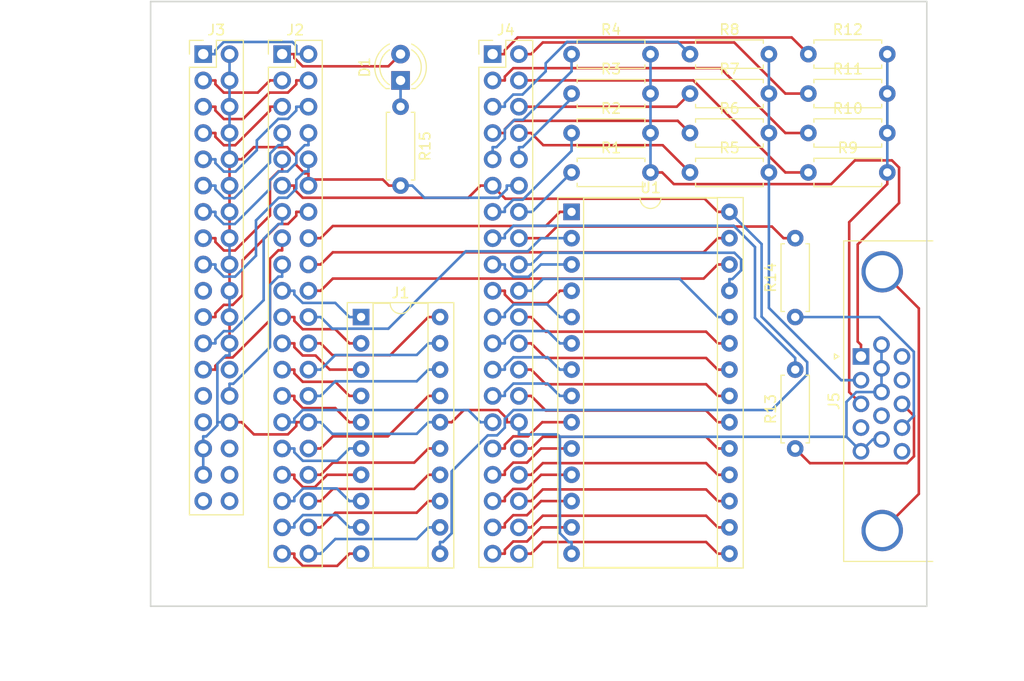
<source format=kicad_pcb>
(kicad_pcb (version 20171130) (host pcbnew 5.0.2-1.fc29)

  (general
    (thickness 1.6)
    (drawings 6)
    (tracks 590)
    (zones 0)
    (modules 22)
    (nets 96)
  )

  (page A4)
  (layers
    (0 F.Cu signal)
    (31 B.Cu signal)
    (32 B.Adhes user)
    (33 F.Adhes user)
    (34 B.Paste user)
    (35 F.Paste user)
    (36 B.SilkS user)
    (37 F.SilkS user)
    (38 B.Mask user)
    (39 F.Mask user)
    (40 Dwgs.User user)
    (41 Cmts.User user)
    (42 Eco1.User user)
    (43 Eco2.User user)
    (44 Edge.Cuts user)
    (45 Margin user)
    (46 B.CrtYd user)
    (47 F.CrtYd user)
    (48 B.Fab user)
    (49 F.Fab user)
  )

  (setup
    (last_trace_width 0.25)
    (trace_clearance 0.2)
    (zone_clearance 0.508)
    (zone_45_only no)
    (trace_min 0.2)
    (segment_width 0.2)
    (edge_width 0.15)
    (via_size 0.8)
    (via_drill 0.4)
    (via_min_size 0.4)
    (via_min_drill 0.3)
    (uvia_size 0.3)
    (uvia_drill 0.1)
    (uvias_allowed no)
    (uvia_min_size 0.2)
    (uvia_min_drill 0.1)
    (pcb_text_width 0.3)
    (pcb_text_size 1.5 1.5)
    (mod_edge_width 0.15)
    (mod_text_size 1 1)
    (mod_text_width 0.15)
    (pad_size 1.524 1.524)
    (pad_drill 0.762)
    (pad_to_mask_clearance 0.051)
    (solder_mask_min_width 0.25)
    (aux_axis_origin 71.12 148.59)
    (grid_origin 71.12 148.59)
    (visible_elements FFFFFF7F)
    (pcbplotparams
      (layerselection 0x010fc_ffffffff)
      (usegerberextensions false)
      (usegerberattributes false)
      (usegerberadvancedattributes false)
      (creategerberjobfile false)
      (excludeedgelayer true)
      (linewidth 0.100000)
      (plotframeref false)
      (viasonmask false)
      (mode 1)
      (useauxorigin false)
      (hpglpennumber 1)
      (hpglpenspeed 20)
      (hpglpendiameter 15.000000)
      (psnegative false)
      (psa4output false)
      (plotreference true)
      (plotvalue true)
      (plotinvisibletext false)
      (padsonsilk false)
      (subtractmaskfromsilk false)
      (outputformat 1)
      (mirror false)
      (drillshape 0)
      (scaleselection 1)
      (outputdirectory ""))
  )

  (net 0 "")
  (net 1 /POT0)
  (net 2 /POT2)
  (net 3 /POT4)
  (net 4 /POT6)
  (net 5 /OTSTB_n)
  (net 6 /PIN0)
  (net 7 /PIN2)
  (net 8 /PIN4)
  (net 9 /PIN6)
  (net 10 /INSTB)
  (net 11 /5V)
  (net 12 /PIN7)
  (net 13 /PIN5)
  (net 14 /PIN3)
  (net 15 /PIN1)
  (net 16 /0V)
  (net 17 /POT7)
  (net 18 /POT5)
  (net 19 /POT3)
  (net 20 /POT1)
  (net 21 /3V3)
  (net 22 "Net-(J3-Pad36)")
  (net 23 "Net-(J3-Pad35)")
  (net 24 "Net-(J3-Pad34)")
  (net 25 /ERROR_n)
  (net 26 /SLCT)
  (net 27 /PE)
  (net 28 /BUSY)
  (net 29 /PRD7)
  (net 30 /PRD6)
  (net 31 /PRD5)
  (net 32 /PRD4)
  (net 33 /PRD3)
  (net 34 /PRD2)
  (net 35 /PRD1)
  (net 36 /PRD0)
  (net 37 /STROBE_n)
  (net 38 /R3)
  (net 39 /R2)
  (net 40 /R1)
  (net 41 /R0)
  (net 42 /G3)
  (net 43 /G2)
  (net 44 /G1)
  (net 45 /G0)
  (net 46 /B3)
  (net 47 /B2)
  (net 48 /B1)
  (net 49 /B0)
  (net 50 /HSYNC)
  (net 51 /VSYNC)
  (net 52 /R)
  (net 53 /G)
  (net 54 /B)
  (net 55 "Net-(J5-Pad4)")
  (net 56 "Net-(J5-Pad9)")
  (net 57 "Net-(J5-Pad11)")
  (net 58 "Net-(J5-Pad12)")
  (net 59 "Net-(J5-Pad13)")
  (net 60 "Net-(J5-Pad14)")
  (net 61 "Net-(J5-Pad15)")
  (net 62 "Net-(J5-Pad0)")
  (net 63 "Net-(J3-Pad32)")
  (net 64 "Net-(J3-Pad29)")
  (net 65 "Net-(J3-Pad27)")
  (net 66 "Net-(J3-Pad26)")
  (net 67 "Net-(J3-Pad19)")
  (net 68 /D3)
  (net 69 /D2)
  (net 70 /D1)
  (net 71 /D0)
  (net 72 /D4)
  (net 73 /D5)
  (net 74 /D6)
  (net 75 /D7)
  (net 76 /CE_n)
  (net 77 /OE_n)
  (net 78 /A0)
  (net 79 /A1)
  (net 80 /A2)
  (net 81 /A3)
  (net 82 /A4)
  (net 83 /A5)
  (net 84 /A6)
  (net 85 /A7)
  (net 86 /A8)
  (net 87 /A9)
  (net 88 /A10)
  (net 89 /A11)
  (net 90 /A12)
  (net 91 /A13)
  (net 92 /A14)
  (net 93 /A15)
  (net 94 /LED)
  (net 95 "Net-(D1-Pad1)")

  (net_class Default "This is the default net class."
    (clearance 0.2)
    (trace_width 0.25)
    (via_dia 0.8)
    (via_drill 0.4)
    (uvia_dia 0.3)
    (uvia_drill 0.1)
    (add_net /0V)
    (add_net /3V3)
    (add_net /5V)
    (add_net /A0)
    (add_net /A1)
    (add_net /A10)
    (add_net /A11)
    (add_net /A12)
    (add_net /A13)
    (add_net /A14)
    (add_net /A15)
    (add_net /A2)
    (add_net /A3)
    (add_net /A4)
    (add_net /A5)
    (add_net /A6)
    (add_net /A7)
    (add_net /A8)
    (add_net /A9)
    (add_net /B)
    (add_net /B0)
    (add_net /B1)
    (add_net /B2)
    (add_net /B3)
    (add_net /BUSY)
    (add_net /CE_n)
    (add_net /D0)
    (add_net /D1)
    (add_net /D2)
    (add_net /D3)
    (add_net /D4)
    (add_net /D5)
    (add_net /D6)
    (add_net /D7)
    (add_net /ERROR_n)
    (add_net /G)
    (add_net /G0)
    (add_net /G1)
    (add_net /G2)
    (add_net /G3)
    (add_net /HSYNC)
    (add_net /INSTB)
    (add_net /LED)
    (add_net /OE_n)
    (add_net /OTSTB_n)
    (add_net /PE)
    (add_net /PIN0)
    (add_net /PIN1)
    (add_net /PIN2)
    (add_net /PIN3)
    (add_net /PIN4)
    (add_net /PIN5)
    (add_net /PIN6)
    (add_net /PIN7)
    (add_net /POT0)
    (add_net /POT1)
    (add_net /POT2)
    (add_net /POT3)
    (add_net /POT4)
    (add_net /POT5)
    (add_net /POT6)
    (add_net /POT7)
    (add_net /PRD0)
    (add_net /PRD1)
    (add_net /PRD2)
    (add_net /PRD3)
    (add_net /PRD4)
    (add_net /PRD5)
    (add_net /PRD6)
    (add_net /PRD7)
    (add_net /R)
    (add_net /R0)
    (add_net /R1)
    (add_net /R2)
    (add_net /R3)
    (add_net /SLCT)
    (add_net /STROBE_n)
    (add_net /VSYNC)
    (add_net "Net-(D1-Pad1)")
    (add_net "Net-(J3-Pad19)")
    (add_net "Net-(J3-Pad26)")
    (add_net "Net-(J3-Pad27)")
    (add_net "Net-(J3-Pad29)")
    (add_net "Net-(J3-Pad32)")
    (add_net "Net-(J3-Pad34)")
    (add_net "Net-(J3-Pad35)")
    (add_net "Net-(J3-Pad36)")
    (add_net "Net-(J5-Pad0)")
    (add_net "Net-(J5-Pad11)")
    (add_net "Net-(J5-Pad12)")
    (add_net "Net-(J5-Pad13)")
    (add_net "Net-(J5-Pad14)")
    (add_net "Net-(J5-Pad15)")
    (add_net "Net-(J5-Pad4)")
    (add_net "Net-(J5-Pad9)")
  )

  (module Resistor_THT:R_Axial_DIN0207_L6.3mm_D2.5mm_P7.62mm_Horizontal (layer F.Cu) (tedit 5AE5139B) (tstamp 5C50A5CB)
    (at 133.35 120.65 90)
    (descr "Resistor, Axial_DIN0207 series, Axial, Horizontal, pin pitch=7.62mm, 0.25W = 1/4W, length*diameter=6.3*2.5mm^2, http://cdn-reichelt.de/documents/datenblatt/B400/1_4W%23YAG.pdf")
    (tags "Resistor Axial_DIN0207 series Axial Horizontal pin pitch 7.62mm 0.25W = 1/4W length 6.3mm diameter 2.5mm")
    (path /5C495F81)
    (fp_text reference R14 (at 3.81 -2.37 90) (layer F.SilkS)
      (effects (font (size 1 1) (thickness 0.15)))
    )
    (fp_text value 100 (at 3.81 2.37 90) (layer F.Fab)
      (effects (font (size 1 1) (thickness 0.15)))
    )
    (fp_line (start 0.66 -1.25) (end 0.66 1.25) (layer F.Fab) (width 0.1))
    (fp_line (start 0.66 1.25) (end 6.96 1.25) (layer F.Fab) (width 0.1))
    (fp_line (start 6.96 1.25) (end 6.96 -1.25) (layer F.Fab) (width 0.1))
    (fp_line (start 6.96 -1.25) (end 0.66 -1.25) (layer F.Fab) (width 0.1))
    (fp_line (start 0 0) (end 0.66 0) (layer F.Fab) (width 0.1))
    (fp_line (start 7.62 0) (end 6.96 0) (layer F.Fab) (width 0.1))
    (fp_line (start 0.54 -1.04) (end 0.54 -1.37) (layer F.SilkS) (width 0.12))
    (fp_line (start 0.54 -1.37) (end 7.08 -1.37) (layer F.SilkS) (width 0.12))
    (fp_line (start 7.08 -1.37) (end 7.08 -1.04) (layer F.SilkS) (width 0.12))
    (fp_line (start 0.54 1.04) (end 0.54 1.37) (layer F.SilkS) (width 0.12))
    (fp_line (start 0.54 1.37) (end 7.08 1.37) (layer F.SilkS) (width 0.12))
    (fp_line (start 7.08 1.37) (end 7.08 1.04) (layer F.SilkS) (width 0.12))
    (fp_line (start -1.05 -1.5) (end -1.05 1.5) (layer F.CrtYd) (width 0.05))
    (fp_line (start -1.05 1.5) (end 8.67 1.5) (layer F.CrtYd) (width 0.05))
    (fp_line (start 8.67 1.5) (end 8.67 -1.5) (layer F.CrtYd) (width 0.05))
    (fp_line (start 8.67 -1.5) (end -1.05 -1.5) (layer F.CrtYd) (width 0.05))
    (fp_text user %R (at 3.81 0 90) (layer F.Fab)
      (effects (font (size 1 1) (thickness 0.15)))
    )
    (pad 1 thru_hole circle (at 0 0 90) (size 1.6 1.6) (drill 0.8) (layers *.Cu *.Mask)
      (net 60 "Net-(J5-Pad14)"))
    (pad 2 thru_hole oval (at 7.62 0 90) (size 1.6 1.6) (drill 0.8) (layers *.Cu *.Mask)
      (net 51 /VSYNC))
    (model ${KISYS3DMOD}/Resistor_THT.3dshapes/R_Axial_DIN0207_L6.3mm_D2.5mm_P7.62mm_Horizontal.wrl
      (at (xyz 0 0 0))
      (scale (xyz 1 1 1))
      (rotate (xyz 0 0 0))
    )
  )

  (module Resistor_THT:R_Axial_DIN0207_L6.3mm_D2.5mm_P7.62mm_Horizontal (layer F.Cu) (tedit 5AE5139B) (tstamp 5C50A586)
    (at 134.62 99.06)
    (descr "Resistor, Axial_DIN0207 series, Axial, Horizontal, pin pitch=7.62mm, 0.25W = 1/4W, length*diameter=6.3*2.5mm^2, http://cdn-reichelt.de/documents/datenblatt/B400/1_4W%23YAG.pdf")
    (tags "Resistor Axial_DIN0207 series Axial Horizontal pin pitch 7.62mm 0.25W = 1/4W length 6.3mm diameter 2.5mm")
    (path /5C57CCE3)
    (fp_text reference R11 (at 3.81 -2.37) (layer F.SilkS)
      (effects (font (size 1 1) (thickness 0.15)))
    )
    (fp_text value 2K2 (at 3.81 2.37) (layer F.Fab)
      (effects (font (size 1 1) (thickness 0.15)))
    )
    (fp_text user %R (at 3.81 0.119512) (layer F.Fab)
      (effects (font (size 1 1) (thickness 0.15)))
    )
    (fp_line (start 8.67 -1.5) (end -1.05 -1.5) (layer F.CrtYd) (width 0.05))
    (fp_line (start 8.67 1.5) (end 8.67 -1.5) (layer F.CrtYd) (width 0.05))
    (fp_line (start -1.05 1.5) (end 8.67 1.5) (layer F.CrtYd) (width 0.05))
    (fp_line (start -1.05 -1.5) (end -1.05 1.5) (layer F.CrtYd) (width 0.05))
    (fp_line (start 7.08 1.37) (end 7.08 1.04) (layer F.SilkS) (width 0.12))
    (fp_line (start 0.54 1.37) (end 7.08 1.37) (layer F.SilkS) (width 0.12))
    (fp_line (start 0.54 1.04) (end 0.54 1.37) (layer F.SilkS) (width 0.12))
    (fp_line (start 7.08 -1.37) (end 7.08 -1.04) (layer F.SilkS) (width 0.12))
    (fp_line (start 0.54 -1.37) (end 7.08 -1.37) (layer F.SilkS) (width 0.12))
    (fp_line (start 0.54 -1.04) (end 0.54 -1.37) (layer F.SilkS) (width 0.12))
    (fp_line (start 7.62 0) (end 6.96 0) (layer F.Fab) (width 0.1))
    (fp_line (start 0 0) (end 0.66 0) (layer F.Fab) (width 0.1))
    (fp_line (start 6.96 -1.25) (end 0.66 -1.25) (layer F.Fab) (width 0.1))
    (fp_line (start 6.96 1.25) (end 6.96 -1.25) (layer F.Fab) (width 0.1))
    (fp_line (start 0.66 1.25) (end 6.96 1.25) (layer F.Fab) (width 0.1))
    (fp_line (start 0.66 -1.25) (end 0.66 1.25) (layer F.Fab) (width 0.1))
    (pad 2 thru_hole oval (at 7.62 0) (size 1.6 1.6) (drill 0.8) (layers *.Cu *.Mask)
      (net 54 /B))
    (pad 1 thru_hole circle (at 0 0) (size 1.6 1.6) (drill 0.8) (layers *.Cu *.Mask)
      (net 48 /B1))
    (model ${KISYS3DMOD}/Resistor_THT.3dshapes/R_Axial_DIN0207_L6.3mm_D2.5mm_P7.62mm_Horizontal.wrl
      (at (xyz 0 0 0))
      (scale (xyz 1 1 1))
      (rotate (xyz 0 0 0))
    )
  )

  (module Resistor_THT:R_Axial_DIN0207_L6.3mm_D2.5mm_P7.62mm_Horizontal (layer F.Cu) (tedit 5AE5139B) (tstamp 5C50A4FC)
    (at 123.19 106.68)
    (descr "Resistor, Axial_DIN0207 series, Axial, Horizontal, pin pitch=7.62mm, 0.25W = 1/4W, length*diameter=6.3*2.5mm^2, http://cdn-reichelt.de/documents/datenblatt/B400/1_4W%23YAG.pdf")
    (tags "Resistor Axial_DIN0207 series Axial Horizontal pin pitch 7.62mm 0.25W = 1/4W length 6.3mm diameter 2.5mm")
    (path /5C574B5F)
    (fp_text reference R5 (at 3.81 -2.37) (layer F.SilkS)
      (effects (font (size 1 1) (thickness 0.15)))
    )
    (fp_text value 470 (at 3.81 2.37) (layer F.Fab)
      (effects (font (size 1 1) (thickness 0.15)))
    )
    (fp_line (start 0.66 -1.25) (end 0.66 1.25) (layer F.Fab) (width 0.1))
    (fp_line (start 0.66 1.25) (end 6.96 1.25) (layer F.Fab) (width 0.1))
    (fp_line (start 6.96 1.25) (end 6.96 -1.25) (layer F.Fab) (width 0.1))
    (fp_line (start 6.96 -1.25) (end 0.66 -1.25) (layer F.Fab) (width 0.1))
    (fp_line (start 0 0) (end 0.66 0) (layer F.Fab) (width 0.1))
    (fp_line (start 7.62 0) (end 6.96 0) (layer F.Fab) (width 0.1))
    (fp_line (start 0.54 -1.04) (end 0.54 -1.37) (layer F.SilkS) (width 0.12))
    (fp_line (start 0.54 -1.37) (end 7.08 -1.37) (layer F.SilkS) (width 0.12))
    (fp_line (start 7.08 -1.37) (end 7.08 -1.04) (layer F.SilkS) (width 0.12))
    (fp_line (start 0.54 1.04) (end 0.54 1.37) (layer F.SilkS) (width 0.12))
    (fp_line (start 0.54 1.37) (end 7.08 1.37) (layer F.SilkS) (width 0.12))
    (fp_line (start 7.08 1.37) (end 7.08 1.04) (layer F.SilkS) (width 0.12))
    (fp_line (start -1.05 -1.5) (end -1.05 1.5) (layer F.CrtYd) (width 0.05))
    (fp_line (start -1.05 1.5) (end 8.67 1.5) (layer F.CrtYd) (width 0.05))
    (fp_line (start 8.67 1.5) (end 8.67 -1.5) (layer F.CrtYd) (width 0.05))
    (fp_line (start 8.67 -1.5) (end -1.05 -1.5) (layer F.CrtYd) (width 0.05))
    (fp_text user %R (at 3.81 0) (layer F.Fab)
      (effects (font (size 1 1) (thickness 0.15)))
    )
    (pad 1 thru_hole circle (at 0 0) (size 1.6 1.6) (drill 0.8) (layers *.Cu *.Mask)
      (net 42 /G3))
    (pad 2 thru_hole oval (at 7.62 0) (size 1.6 1.6) (drill 0.8) (layers *.Cu *.Mask)
      (net 53 /G))
    (model ${KISYS3DMOD}/Resistor_THT.3dshapes/R_Axial_DIN0207_L6.3mm_D2.5mm_P7.62mm_Horizontal.wrl
      (at (xyz 0 0 0))
      (scale (xyz 1 1 1))
      (rotate (xyz 0 0 0))
    )
  )

  (module Resistor_THT:R_Axial_DIN0207_L6.3mm_D2.5mm_P7.62mm_Horizontal (layer F.Cu) (tedit 5AE5139B) (tstamp 5C50B82C)
    (at 111.76 99.06)
    (descr "Resistor, Axial_DIN0207 series, Axial, Horizontal, pin pitch=7.62mm, 0.25W = 1/4W, length*diameter=6.3*2.5mm^2, http://cdn-reichelt.de/documents/datenblatt/B400/1_4W%23YAG.pdf")
    (tags "Resistor Axial_DIN0207 series Axial Horizontal pin pitch 7.62mm 0.25W = 1/4W length 6.3mm diameter 2.5mm")
    (path /5C495EAC)
    (fp_text reference R3 (at 3.81 -2.37) (layer F.SilkS)
      (effects (font (size 1 1) (thickness 0.15)))
    )
    (fp_text value 2K2 (at 3.81 2.37) (layer F.Fab)
      (effects (font (size 1 1) (thickness 0.15)))
    )
    (fp_line (start 0.66 -1.25) (end 0.66 1.25) (layer F.Fab) (width 0.1))
    (fp_line (start 0.66 1.25) (end 6.96 1.25) (layer F.Fab) (width 0.1))
    (fp_line (start 6.96 1.25) (end 6.96 -1.25) (layer F.Fab) (width 0.1))
    (fp_line (start 6.96 -1.25) (end 0.66 -1.25) (layer F.Fab) (width 0.1))
    (fp_line (start 0 0) (end 0.66 0) (layer F.Fab) (width 0.1))
    (fp_line (start 7.62 0) (end 6.96 0) (layer F.Fab) (width 0.1))
    (fp_line (start 0.54 -1.04) (end 0.54 -1.37) (layer F.SilkS) (width 0.12))
    (fp_line (start 0.54 -1.37) (end 7.08 -1.37) (layer F.SilkS) (width 0.12))
    (fp_line (start 7.08 -1.37) (end 7.08 -1.04) (layer F.SilkS) (width 0.12))
    (fp_line (start 0.54 1.04) (end 0.54 1.37) (layer F.SilkS) (width 0.12))
    (fp_line (start 0.54 1.37) (end 7.08 1.37) (layer F.SilkS) (width 0.12))
    (fp_line (start 7.08 1.37) (end 7.08 1.04) (layer F.SilkS) (width 0.12))
    (fp_line (start -1.05 -1.5) (end -1.05 1.5) (layer F.CrtYd) (width 0.05))
    (fp_line (start -1.05 1.5) (end 8.67 1.5) (layer F.CrtYd) (width 0.05))
    (fp_line (start 8.67 1.5) (end 8.67 -1.5) (layer F.CrtYd) (width 0.05))
    (fp_line (start 8.67 -1.5) (end -1.05 -1.5) (layer F.CrtYd) (width 0.05))
    (fp_text user %R (at 3.81 0) (layer F.Fab)
      (effects (font (size 1 1) (thickness 0.15)))
    )
    (pad 1 thru_hole circle (at 0 0) (size 1.6 1.6) (drill 0.8) (layers *.Cu *.Mask)
      (net 40 /R1))
    (pad 2 thru_hole oval (at 7.62 0) (size 1.6 1.6) (drill 0.8) (layers *.Cu *.Mask)
      (net 52 /R))
    (model ${KISYS3DMOD}/Resistor_THT.3dshapes/R_Axial_DIN0207_L6.3mm_D2.5mm_P7.62mm_Horizontal.wrl
      (at (xyz 0 0 0))
      (scale (xyz 1 1 1))
      (rotate (xyz 0 0 0))
    )
  )

  (module Resistor_THT:R_Axial_DIN0207_L6.3mm_D2.5mm_P7.62mm_Horizontal (layer F.Cu) (tedit 5AE5139B) (tstamp 5C50A4E5)
    (at 111.76 95.25)
    (descr "Resistor, Axial_DIN0207 series, Axial, Horizontal, pin pitch=7.62mm, 0.25W = 1/4W, length*diameter=6.3*2.5mm^2, http://cdn-reichelt.de/documents/datenblatt/B400/1_4W%23YAG.pdf")
    (tags "Resistor Axial_DIN0207 series Axial Horizontal pin pitch 7.62mm 0.25W = 1/4W length 6.3mm diameter 2.5mm")
    (path /5C52979B)
    (fp_text reference R4 (at 3.81 -2.37) (layer F.SilkS)
      (effects (font (size 1 1) (thickness 0.15)))
    )
    (fp_text value 4K7 (at 3.81 2.37) (layer F.Fab)
      (effects (font (size 1 1) (thickness 0.15)))
    )
    (fp_text user %R (at 3.81 0) (layer F.Fab)
      (effects (font (size 1 1) (thickness 0.15)))
    )
    (fp_line (start 8.67 -1.5) (end -1.05 -1.5) (layer F.CrtYd) (width 0.05))
    (fp_line (start 8.67 1.5) (end 8.67 -1.5) (layer F.CrtYd) (width 0.05))
    (fp_line (start -1.05 1.5) (end 8.67 1.5) (layer F.CrtYd) (width 0.05))
    (fp_line (start -1.05 -1.5) (end -1.05 1.5) (layer F.CrtYd) (width 0.05))
    (fp_line (start 7.08 1.37) (end 7.08 1.04) (layer F.SilkS) (width 0.12))
    (fp_line (start 0.54 1.37) (end 7.08 1.37) (layer F.SilkS) (width 0.12))
    (fp_line (start 0.54 1.04) (end 0.54 1.37) (layer F.SilkS) (width 0.12))
    (fp_line (start 7.08 -1.37) (end 7.08 -1.04) (layer F.SilkS) (width 0.12))
    (fp_line (start 0.54 -1.37) (end 7.08 -1.37) (layer F.SilkS) (width 0.12))
    (fp_line (start 0.54 -1.04) (end 0.54 -1.37) (layer F.SilkS) (width 0.12))
    (fp_line (start 7.62 0) (end 6.96 0) (layer F.Fab) (width 0.1))
    (fp_line (start 0 0) (end 0.66 0) (layer F.Fab) (width 0.1))
    (fp_line (start 6.96 -1.25) (end 0.66 -1.25) (layer F.Fab) (width 0.1))
    (fp_line (start 6.96 1.25) (end 6.96 -1.25) (layer F.Fab) (width 0.1))
    (fp_line (start 0.66 1.25) (end 6.96 1.25) (layer F.Fab) (width 0.1))
    (fp_line (start 0.66 -1.25) (end 0.66 1.25) (layer F.Fab) (width 0.1))
    (pad 2 thru_hole oval (at 7.62 0) (size 1.6 1.6) (drill 0.8) (layers *.Cu *.Mask)
      (net 52 /R))
    (pad 1 thru_hole circle (at 0 0) (size 1.6 1.6) (drill 0.8) (layers *.Cu *.Mask)
      (net 41 /R0))
    (model ${KISYS3DMOD}/Resistor_THT.3dshapes/R_Axial_DIN0207_L6.3mm_D2.5mm_P7.62mm_Horizontal.wrl
      (at (xyz 0 0 0))
      (scale (xyz 1 1 1))
      (rotate (xyz 0 0 0))
    )
  )

  (module Package_DIP:DIP-28_W15.24mm_Socket (layer F.Cu) (tedit 5A02E8C5) (tstamp 5C46C5BC)
    (at 111.76 110.49)
    (descr "28-lead though-hole mounted DIP package, row spacing 15.24 mm (600 mils), Socket")
    (tags "THT DIP DIL PDIP 2.54mm 15.24mm 600mil Socket")
    (path /5C7A9B11)
    (fp_text reference U1 (at 7.62 -2.33) (layer F.SilkS)
      (effects (font (size 1 1) (thickness 0.15)))
    )
    (fp_text value 27C512 (at 7.62 35.35) (layer F.Fab)
      (effects (font (size 1 1) (thickness 0.15)))
    )
    (fp_arc (start 7.62 -1.33) (end 6.62 -1.33) (angle -180) (layer F.SilkS) (width 0.12))
    (fp_line (start 1.255 -1.27) (end 14.985 -1.27) (layer F.Fab) (width 0.1))
    (fp_line (start 14.985 -1.27) (end 14.985 34.29) (layer F.Fab) (width 0.1))
    (fp_line (start 14.985 34.29) (end 0.255 34.29) (layer F.Fab) (width 0.1))
    (fp_line (start 0.255 34.29) (end 0.255 -0.27) (layer F.Fab) (width 0.1))
    (fp_line (start 0.255 -0.27) (end 1.255 -1.27) (layer F.Fab) (width 0.1))
    (fp_line (start -1.27 -1.33) (end -1.27 34.35) (layer F.Fab) (width 0.1))
    (fp_line (start -1.27 34.35) (end 16.51 34.35) (layer F.Fab) (width 0.1))
    (fp_line (start 16.51 34.35) (end 16.51 -1.33) (layer F.Fab) (width 0.1))
    (fp_line (start 16.51 -1.33) (end -1.27 -1.33) (layer F.Fab) (width 0.1))
    (fp_line (start 6.62 -1.33) (end 1.16 -1.33) (layer F.SilkS) (width 0.12))
    (fp_line (start 1.16 -1.33) (end 1.16 34.35) (layer F.SilkS) (width 0.12))
    (fp_line (start 1.16 34.35) (end 14.08 34.35) (layer F.SilkS) (width 0.12))
    (fp_line (start 14.08 34.35) (end 14.08 -1.33) (layer F.SilkS) (width 0.12))
    (fp_line (start 14.08 -1.33) (end 8.62 -1.33) (layer F.SilkS) (width 0.12))
    (fp_line (start -1.33 -1.39) (end -1.33 34.41) (layer F.SilkS) (width 0.12))
    (fp_line (start -1.33 34.41) (end 16.57 34.41) (layer F.SilkS) (width 0.12))
    (fp_line (start 16.57 34.41) (end 16.57 -1.39) (layer F.SilkS) (width 0.12))
    (fp_line (start 16.57 -1.39) (end -1.33 -1.39) (layer F.SilkS) (width 0.12))
    (fp_line (start -1.55 -1.6) (end -1.55 34.65) (layer F.CrtYd) (width 0.05))
    (fp_line (start -1.55 34.65) (end 16.8 34.65) (layer F.CrtYd) (width 0.05))
    (fp_line (start 16.8 34.65) (end 16.8 -1.6) (layer F.CrtYd) (width 0.05))
    (fp_line (start 16.8 -1.6) (end -1.55 -1.6) (layer F.CrtYd) (width 0.05))
    (fp_text user %R (at 7.62 16.51) (layer F.Fab)
      (effects (font (size 1 1) (thickness 0.15)))
    )
    (pad 1 thru_hole rect (at 0 0) (size 1.6 1.6) (drill 0.8) (layers *.Cu *.Mask)
      (net 93 /A15))
    (pad 15 thru_hole oval (at 15.24 33.02) (size 1.6 1.6) (drill 0.8) (layers *.Cu *.Mask)
      (net 68 /D3))
    (pad 2 thru_hole oval (at 0 2.54) (size 1.6 1.6) (drill 0.8) (layers *.Cu *.Mask)
      (net 90 /A12))
    (pad 16 thru_hole oval (at 15.24 30.48) (size 1.6 1.6) (drill 0.8) (layers *.Cu *.Mask)
      (net 72 /D4))
    (pad 3 thru_hole oval (at 0 5.08) (size 1.6 1.6) (drill 0.8) (layers *.Cu *.Mask)
      (net 85 /A7))
    (pad 17 thru_hole oval (at 15.24 27.94) (size 1.6 1.6) (drill 0.8) (layers *.Cu *.Mask)
      (net 73 /D5))
    (pad 4 thru_hole oval (at 0 7.62) (size 1.6 1.6) (drill 0.8) (layers *.Cu *.Mask)
      (net 84 /A6))
    (pad 18 thru_hole oval (at 15.24 25.4) (size 1.6 1.6) (drill 0.8) (layers *.Cu *.Mask)
      (net 74 /D6))
    (pad 5 thru_hole oval (at 0 10.16) (size 1.6 1.6) (drill 0.8) (layers *.Cu *.Mask)
      (net 83 /A5))
    (pad 19 thru_hole oval (at 15.24 22.86) (size 1.6 1.6) (drill 0.8) (layers *.Cu *.Mask)
      (net 75 /D7))
    (pad 6 thru_hole oval (at 0 12.7) (size 1.6 1.6) (drill 0.8) (layers *.Cu *.Mask)
      (net 82 /A4))
    (pad 20 thru_hole oval (at 15.24 20.32) (size 1.6 1.6) (drill 0.8) (layers *.Cu *.Mask)
      (net 76 /CE_n))
    (pad 7 thru_hole oval (at 0 15.24) (size 1.6 1.6) (drill 0.8) (layers *.Cu *.Mask)
      (net 81 /A3))
    (pad 21 thru_hole oval (at 15.24 17.78) (size 1.6 1.6) (drill 0.8) (layers *.Cu *.Mask)
      (net 88 /A10))
    (pad 8 thru_hole oval (at 0 17.78) (size 1.6 1.6) (drill 0.8) (layers *.Cu *.Mask)
      (net 80 /A2))
    (pad 22 thru_hole oval (at 15.24 15.24) (size 1.6 1.6) (drill 0.8) (layers *.Cu *.Mask)
      (net 77 /OE_n))
    (pad 9 thru_hole oval (at 0 20.32) (size 1.6 1.6) (drill 0.8) (layers *.Cu *.Mask)
      (net 79 /A1))
    (pad 23 thru_hole oval (at 15.24 12.7) (size 1.6 1.6) (drill 0.8) (layers *.Cu *.Mask)
      (net 89 /A11))
    (pad 10 thru_hole oval (at 0 22.86) (size 1.6 1.6) (drill 0.8) (layers *.Cu *.Mask)
      (net 78 /A0))
    (pad 24 thru_hole oval (at 15.24 10.16) (size 1.6 1.6) (drill 0.8) (layers *.Cu *.Mask)
      (net 87 /A9))
    (pad 11 thru_hole oval (at 0 25.4) (size 1.6 1.6) (drill 0.8) (layers *.Cu *.Mask)
      (net 71 /D0))
    (pad 25 thru_hole oval (at 15.24 7.62) (size 1.6 1.6) (drill 0.8) (layers *.Cu *.Mask)
      (net 86 /A8))
    (pad 12 thru_hole oval (at 0 27.94) (size 1.6 1.6) (drill 0.8) (layers *.Cu *.Mask)
      (net 70 /D1))
    (pad 26 thru_hole oval (at 15.24 5.08) (size 1.6 1.6) (drill 0.8) (layers *.Cu *.Mask)
      (net 91 /A13))
    (pad 13 thru_hole oval (at 0 30.48) (size 1.6 1.6) (drill 0.8) (layers *.Cu *.Mask)
      (net 69 /D2))
    (pad 27 thru_hole oval (at 15.24 2.54) (size 1.6 1.6) (drill 0.8) (layers *.Cu *.Mask)
      (net 92 /A14))
    (pad 14 thru_hole oval (at 0 33.02) (size 1.6 1.6) (drill 0.8) (layers *.Cu *.Mask)
      (net 16 /0V))
    (pad 28 thru_hole oval (at 15.24 0) (size 1.6 1.6) (drill 0.8) (layers *.Cu *.Mask)
      (net 11 /5V))
    (model ${KISYS3DMOD}/Package_DIP.3dshapes/DIP-28_W15.24mm_Socket.wrl
      (at (xyz 0 0 0))
      (scale (xyz 1 1 1))
      (rotate (xyz 0 0 0))
    )
  )

  (module Resistor_THT:R_Axial_DIN0207_L6.3mm_D2.5mm_P7.62mm_Horizontal (layer F.Cu) (tedit 5AE5139B) (tstamp 5C50A513)
    (at 123.19 102.87)
    (descr "Resistor, Axial_DIN0207 series, Axial, Horizontal, pin pitch=7.62mm, 0.25W = 1/4W, length*diameter=6.3*2.5mm^2, http://cdn-reichelt.de/documents/datenblatt/B400/1_4W%23YAG.pdf")
    (tags "Resistor Axial_DIN0207 series Axial Horizontal pin pitch 7.62mm 0.25W = 1/4W length 6.3mm diameter 2.5mm")
    (path /5C574B65)
    (fp_text reference R6 (at 3.81 -2.37) (layer F.SilkS)
      (effects (font (size 1 1) (thickness 0.15)))
    )
    (fp_text value 1K (at 3.81 2.37) (layer F.Fab)
      (effects (font (size 1 1) (thickness 0.15)))
    )
    (fp_text user %R (at 3.81 0) (layer F.Fab)
      (effects (font (size 1 1) (thickness 0.15)))
    )
    (fp_line (start 8.67 -1.5) (end -1.05 -1.5) (layer F.CrtYd) (width 0.05))
    (fp_line (start 8.67 1.5) (end 8.67 -1.5) (layer F.CrtYd) (width 0.05))
    (fp_line (start -1.05 1.5) (end 8.67 1.5) (layer F.CrtYd) (width 0.05))
    (fp_line (start -1.05 -1.5) (end -1.05 1.5) (layer F.CrtYd) (width 0.05))
    (fp_line (start 7.08 1.37) (end 7.08 1.04) (layer F.SilkS) (width 0.12))
    (fp_line (start 0.54 1.37) (end 7.08 1.37) (layer F.SilkS) (width 0.12))
    (fp_line (start 0.54 1.04) (end 0.54 1.37) (layer F.SilkS) (width 0.12))
    (fp_line (start 7.08 -1.37) (end 7.08 -1.04) (layer F.SilkS) (width 0.12))
    (fp_line (start 0.54 -1.37) (end 7.08 -1.37) (layer F.SilkS) (width 0.12))
    (fp_line (start 0.54 -1.04) (end 0.54 -1.37) (layer F.SilkS) (width 0.12))
    (fp_line (start 7.62 0) (end 6.96 0) (layer F.Fab) (width 0.1))
    (fp_line (start 0 0) (end 0.66 0) (layer F.Fab) (width 0.1))
    (fp_line (start 6.96 -1.25) (end 0.66 -1.25) (layer F.Fab) (width 0.1))
    (fp_line (start 6.96 1.25) (end 6.96 -1.25) (layer F.Fab) (width 0.1))
    (fp_line (start 0.66 1.25) (end 6.96 1.25) (layer F.Fab) (width 0.1))
    (fp_line (start 0.66 -1.25) (end 0.66 1.25) (layer F.Fab) (width 0.1))
    (pad 2 thru_hole oval (at 7.62 0) (size 1.6 1.6) (drill 0.8) (layers *.Cu *.Mask)
      (net 53 /G))
    (pad 1 thru_hole circle (at 0 0) (size 1.6 1.6) (drill 0.8) (layers *.Cu *.Mask)
      (net 43 /G2))
    (model ${KISYS3DMOD}/Resistor_THT.3dshapes/R_Axial_DIN0207_L6.3mm_D2.5mm_P7.62mm_Horizontal.wrl
      (at (xyz 0 0 0))
      (scale (xyz 1 1 1))
      (rotate (xyz 0 0 0))
    )
  )

  (module Resistor_THT:R_Axial_DIN0207_L6.3mm_D2.5mm_P7.62mm_Horizontal (layer F.Cu) (tedit 5AE5139B) (tstamp 5C50BABD)
    (at 134.62 102.87)
    (descr "Resistor, Axial_DIN0207 series, Axial, Horizontal, pin pitch=7.62mm, 0.25W = 1/4W, length*diameter=6.3*2.5mm^2, http://cdn-reichelt.de/documents/datenblatt/B400/1_4W%23YAG.pdf")
    (tags "Resistor Axial_DIN0207 series Axial Horizontal pin pitch 7.62mm 0.25W = 1/4W length 6.3mm diameter 2.5mm")
    (path /5C57CCDD)
    (fp_text reference R10 (at 3.81 -2.37) (layer F.SilkS)
      (effects (font (size 1 1) (thickness 0.15)))
    )
    (fp_text value 1K (at 3.81 2.37) (layer F.Fab)
      (effects (font (size 1 1) (thickness 0.15)))
    )
    (fp_line (start 0.66 -1.25) (end 0.66 1.25) (layer F.Fab) (width 0.1))
    (fp_line (start 0.66 1.25) (end 6.96 1.25) (layer F.Fab) (width 0.1))
    (fp_line (start 6.96 1.25) (end 6.96 -1.25) (layer F.Fab) (width 0.1))
    (fp_line (start 6.96 -1.25) (end 0.66 -1.25) (layer F.Fab) (width 0.1))
    (fp_line (start 0 0) (end 0.66 0) (layer F.Fab) (width 0.1))
    (fp_line (start 7.62 0) (end 6.96 0) (layer F.Fab) (width 0.1))
    (fp_line (start 0.54 -1.04) (end 0.54 -1.37) (layer F.SilkS) (width 0.12))
    (fp_line (start 0.54 -1.37) (end 7.08 -1.37) (layer F.SilkS) (width 0.12))
    (fp_line (start 7.08 -1.37) (end 7.08 -1.04) (layer F.SilkS) (width 0.12))
    (fp_line (start 0.54 1.04) (end 0.54 1.37) (layer F.SilkS) (width 0.12))
    (fp_line (start 0.54 1.37) (end 7.08 1.37) (layer F.SilkS) (width 0.12))
    (fp_line (start 7.08 1.37) (end 7.08 1.04) (layer F.SilkS) (width 0.12))
    (fp_line (start -1.05 -1.5) (end -1.05 1.5) (layer F.CrtYd) (width 0.05))
    (fp_line (start -1.05 1.5) (end 8.67 1.5) (layer F.CrtYd) (width 0.05))
    (fp_line (start 8.67 1.5) (end 8.67 -1.5) (layer F.CrtYd) (width 0.05))
    (fp_line (start 8.67 -1.5) (end -1.05 -1.5) (layer F.CrtYd) (width 0.05))
    (fp_text user %R (at 3.81 0) (layer F.Fab)
      (effects (font (size 1 1) (thickness 0.15)))
    )
    (pad 1 thru_hole circle (at 0 0) (size 1.6 1.6) (drill 0.8) (layers *.Cu *.Mask)
      (net 47 /B2))
    (pad 2 thru_hole oval (at 7.62 0) (size 1.6 1.6) (drill 0.8) (layers *.Cu *.Mask)
      (net 54 /B))
    (model ${KISYS3DMOD}/Resistor_THT.3dshapes/R_Axial_DIN0207_L6.3mm_D2.5mm_P7.62mm_Horizontal.wrl
      (at (xyz 0 0 0))
      (scale (xyz 1 1 1))
      (rotate (xyz 0 0 0))
    )
  )

  (module Package_DIP:DIP-20_W7.62mm_Socket (layer F.Cu) (tedit 5A02E8C5) (tstamp 5C50CA61)
    (at 91.44 120.65)
    (descr "20-lead though-hole mounted DIP package, row spacing 7.62 mm (300 mils), Socket")
    (tags "THT DIP DIL PDIP 2.54mm 7.62mm 300mil Socket")
    (path /5C3951D1)
    (fp_text reference J1 (at 3.81 -2.33) (layer F.SilkS)
      (effects (font (size 1 1) (thickness 0.15)))
    )
    (fp_text value Conn_02x10_Counter_Clockwise (at 3.81 25.19) (layer F.Fab)
      (effects (font (size 1 1) (thickness 0.15)))
    )
    (fp_arc (start 3.81 -1.33) (end 2.81 -1.33) (angle -180) (layer F.SilkS) (width 0.12))
    (fp_line (start 1.635 -1.27) (end 6.985 -1.27) (layer F.Fab) (width 0.1))
    (fp_line (start 6.985 -1.27) (end 6.985 24.13) (layer F.Fab) (width 0.1))
    (fp_line (start 6.985 24.13) (end 0.635 24.13) (layer F.Fab) (width 0.1))
    (fp_line (start 0.635 24.13) (end 0.635 -0.27) (layer F.Fab) (width 0.1))
    (fp_line (start 0.635 -0.27) (end 1.635 -1.27) (layer F.Fab) (width 0.1))
    (fp_line (start -1.27 -1.33) (end -1.27 24.19) (layer F.Fab) (width 0.1))
    (fp_line (start -1.27 24.19) (end 8.89 24.19) (layer F.Fab) (width 0.1))
    (fp_line (start 8.89 24.19) (end 8.89 -1.33) (layer F.Fab) (width 0.1))
    (fp_line (start 8.89 -1.33) (end -1.27 -1.33) (layer F.Fab) (width 0.1))
    (fp_line (start 2.81 -1.33) (end 1.16 -1.33) (layer F.SilkS) (width 0.12))
    (fp_line (start 1.16 -1.33) (end 1.16 24.19) (layer F.SilkS) (width 0.12))
    (fp_line (start 1.16 24.19) (end 6.46 24.19) (layer F.SilkS) (width 0.12))
    (fp_line (start 6.46 24.19) (end 6.46 -1.33) (layer F.SilkS) (width 0.12))
    (fp_line (start 6.46 -1.33) (end 4.81 -1.33) (layer F.SilkS) (width 0.12))
    (fp_line (start -1.33 -1.39) (end -1.33 24.25) (layer F.SilkS) (width 0.12))
    (fp_line (start -1.33 24.25) (end 8.95 24.25) (layer F.SilkS) (width 0.12))
    (fp_line (start 8.95 24.25) (end 8.95 -1.39) (layer F.SilkS) (width 0.12))
    (fp_line (start 8.95 -1.39) (end -1.33 -1.39) (layer F.SilkS) (width 0.12))
    (fp_line (start -1.55 -1.6) (end -1.55 24.45) (layer F.CrtYd) (width 0.05))
    (fp_line (start -1.55 24.45) (end 9.15 24.45) (layer F.CrtYd) (width 0.05))
    (fp_line (start 9.15 24.45) (end 9.15 -1.6) (layer F.CrtYd) (width 0.05))
    (fp_line (start 9.15 -1.6) (end -1.55 -1.6) (layer F.CrtYd) (width 0.05))
    (fp_text user %R (at 3.81 11.43) (layer F.Fab)
      (effects (font (size 1 1) (thickness 0.15)))
    )
    (pad 1 thru_hole rect (at 0 0) (size 1.6 1.6) (drill 0.8) (layers *.Cu *.Mask)
      (net 1 /POT0))
    (pad 11 thru_hole oval (at 7.62 22.86) (size 1.6 1.6) (drill 0.8) (layers *.Cu *.Mask)
      (net 11 /5V))
    (pad 2 thru_hole oval (at 0 2.54) (size 1.6 1.6) (drill 0.8) (layers *.Cu *.Mask)
      (net 2 /POT2))
    (pad 12 thru_hole oval (at 7.62 20.32) (size 1.6 1.6) (drill 0.8) (layers *.Cu *.Mask)
      (net 12 /PIN7))
    (pad 3 thru_hole oval (at 0 5.08) (size 1.6 1.6) (drill 0.8) (layers *.Cu *.Mask)
      (net 3 /POT4))
    (pad 13 thru_hole oval (at 7.62 17.78) (size 1.6 1.6) (drill 0.8) (layers *.Cu *.Mask)
      (net 13 /PIN5))
    (pad 4 thru_hole oval (at 0 7.62) (size 1.6 1.6) (drill 0.8) (layers *.Cu *.Mask)
      (net 4 /POT6))
    (pad 14 thru_hole oval (at 7.62 15.24) (size 1.6 1.6) (drill 0.8) (layers *.Cu *.Mask)
      (net 14 /PIN3))
    (pad 5 thru_hole oval (at 0 10.16) (size 1.6 1.6) (drill 0.8) (layers *.Cu *.Mask)
      (net 5 /OTSTB_n))
    (pad 15 thru_hole oval (at 7.62 12.7) (size 1.6 1.6) (drill 0.8) (layers *.Cu *.Mask)
      (net 15 /PIN1))
    (pad 6 thru_hole oval (at 0 12.7) (size 1.6 1.6) (drill 0.8) (layers *.Cu *.Mask)
      (net 6 /PIN0))
    (pad 16 thru_hole oval (at 7.62 10.16) (size 1.6 1.6) (drill 0.8) (layers *.Cu *.Mask)
      (net 16 /0V))
    (pad 7 thru_hole oval (at 0 15.24) (size 1.6 1.6) (drill 0.8) (layers *.Cu *.Mask)
      (net 7 /PIN2))
    (pad 17 thru_hole oval (at 7.62 7.62) (size 1.6 1.6) (drill 0.8) (layers *.Cu *.Mask)
      (net 17 /POT7))
    (pad 8 thru_hole oval (at 0 17.78) (size 1.6 1.6) (drill 0.8) (layers *.Cu *.Mask)
      (net 8 /PIN4))
    (pad 18 thru_hole oval (at 7.62 5.08) (size 1.6 1.6) (drill 0.8) (layers *.Cu *.Mask)
      (net 18 /POT5))
    (pad 9 thru_hole oval (at 0 20.32) (size 1.6 1.6) (drill 0.8) (layers *.Cu *.Mask)
      (net 9 /PIN6))
    (pad 19 thru_hole oval (at 7.62 2.54) (size 1.6 1.6) (drill 0.8) (layers *.Cu *.Mask)
      (net 19 /POT3))
    (pad 10 thru_hole oval (at 0 22.86) (size 1.6 1.6) (drill 0.8) (layers *.Cu *.Mask)
      (net 10 /INSTB))
    (pad 20 thru_hole oval (at 7.62 0) (size 1.6 1.6) (drill 0.8) (layers *.Cu *.Mask)
      (net 20 /POT1))
    (model ${KISYS3DMOD}/Package_DIP.3dshapes/DIP-20_W7.62mm_Socket.wrl
      (at (xyz 0 0 0))
      (scale (xyz 1 1 1))
      (rotate (xyz 0 0 0))
    )
  )

  (module Connector_PinHeader_2.54mm:PinHeader_2x20_P2.54mm_Vertical (layer F.Cu) (tedit 59FED5CC) (tstamp 5C46B530)
    (at 104.14 95.25)
    (descr "Through hole straight pin header, 2x20, 2.54mm pitch, double rows")
    (tags "Through hole pin header THT 2x20 2.54mm double row")
    (path /5C4CA079)
    (fp_text reference J4 (at 1.27 -2.33) (layer F.SilkS)
      (effects (font (size 1 1) (thickness 0.15)))
    )
    (fp_text value Conn_02x20_Odd_Even (at 1.27 50.59) (layer F.Fab)
      (effects (font (size 1 1) (thickness 0.15)))
    )
    (fp_line (start 0 -1.27) (end 3.81 -1.27) (layer F.Fab) (width 0.1))
    (fp_line (start 3.81 -1.27) (end 3.81 49.53) (layer F.Fab) (width 0.1))
    (fp_line (start 3.81 49.53) (end -1.27 49.53) (layer F.Fab) (width 0.1))
    (fp_line (start -1.27 49.53) (end -1.27 0) (layer F.Fab) (width 0.1))
    (fp_line (start -1.27 0) (end 0 -1.27) (layer F.Fab) (width 0.1))
    (fp_line (start -1.33 49.59) (end 3.87 49.59) (layer F.SilkS) (width 0.12))
    (fp_line (start -1.33 1.27) (end -1.33 49.59) (layer F.SilkS) (width 0.12))
    (fp_line (start 3.87 -1.33) (end 3.87 49.59) (layer F.SilkS) (width 0.12))
    (fp_line (start -1.33 1.27) (end 1.27 1.27) (layer F.SilkS) (width 0.12))
    (fp_line (start 1.27 1.27) (end 1.27 -1.33) (layer F.SilkS) (width 0.12))
    (fp_line (start 1.27 -1.33) (end 3.87 -1.33) (layer F.SilkS) (width 0.12))
    (fp_line (start -1.33 0) (end -1.33 -1.33) (layer F.SilkS) (width 0.12))
    (fp_line (start -1.33 -1.33) (end 0 -1.33) (layer F.SilkS) (width 0.12))
    (fp_line (start -1.8 -1.8) (end -1.8 50.05) (layer F.CrtYd) (width 0.05))
    (fp_line (start -1.8 50.05) (end 4.35 50.05) (layer F.CrtYd) (width 0.05))
    (fp_line (start 4.35 50.05) (end 4.35 -1.8) (layer F.CrtYd) (width 0.05))
    (fp_line (start 4.35 -1.8) (end -1.8 -1.8) (layer F.CrtYd) (width 0.05))
    (fp_text user %R (at 1.27 24.13 90) (layer F.Fab)
      (effects (font (size 1 1) (thickness 0.15)))
    )
    (pad 1 thru_hole rect (at 0 0) (size 1.7 1.7) (drill 1) (layers *.Cu *.Mask)
      (net 49 /B0))
    (pad 2 thru_hole oval (at 2.54 0) (size 1.7 1.7) (drill 1) (layers *.Cu *.Mask)
      (net 48 /B1))
    (pad 3 thru_hole oval (at 0 2.54) (size 1.7 1.7) (drill 1) (layers *.Cu *.Mask)
      (net 47 /B2))
    (pad 4 thru_hole oval (at 2.54 2.54) (size 1.7 1.7) (drill 1) (layers *.Cu *.Mask)
      (net 46 /B3))
    (pad 5 thru_hole oval (at 0 5.08) (size 1.7 1.7) (drill 1) (layers *.Cu *.Mask)
      (net 45 /G0))
    (pad 6 thru_hole oval (at 2.54 5.08) (size 1.7 1.7) (drill 1) (layers *.Cu *.Mask)
      (net 44 /G1))
    (pad 7 thru_hole oval (at 0 7.62) (size 1.7 1.7) (drill 1) (layers *.Cu *.Mask)
      (net 43 /G2))
    (pad 8 thru_hole oval (at 2.54 7.62) (size 1.7 1.7) (drill 1) (layers *.Cu *.Mask)
      (net 42 /G3))
    (pad 9 thru_hole oval (at 0 10.16) (size 1.7 1.7) (drill 1) (layers *.Cu *.Mask)
      (net 41 /R0))
    (pad 10 thru_hole oval (at 2.54 10.16) (size 1.7 1.7) (drill 1) (layers *.Cu *.Mask)
      (net 40 /R1))
    (pad 11 thru_hole oval (at 0 12.7) (size 1.7 1.7) (drill 1) (layers *.Cu *.Mask)
      (net 11 /5V))
    (pad 12 thru_hole oval (at 2.54 12.7) (size 1.7 1.7) (drill 1) (layers *.Cu *.Mask)
      (net 16 /0V))
    (pad 13 thru_hole oval (at 0 15.24) (size 1.7 1.7) (drill 1) (layers *.Cu *.Mask)
      (net 39 /R2))
    (pad 14 thru_hole oval (at 2.54 15.24) (size 1.7 1.7) (drill 1) (layers *.Cu *.Mask)
      (net 38 /R3))
    (pad 15 thru_hole oval (at 0 17.78) (size 1.7 1.7) (drill 1) (layers *.Cu *.Mask)
      (net 50 /HSYNC))
    (pad 16 thru_hole oval (at 2.54 17.78) (size 1.7 1.7) (drill 1) (layers *.Cu *.Mask)
      (net 51 /VSYNC))
    (pad 17 thru_hole oval (at 0 20.32) (size 1.7 1.7) (drill 1) (layers *.Cu *.Mask)
      (net 85 /A7))
    (pad 18 thru_hole oval (at 2.54 20.32) (size 1.7 1.7) (drill 1) (layers *.Cu *.Mask)
      (net 86 /A8))
    (pad 19 thru_hole oval (at 0 22.86) (size 1.7 1.7) (drill 1) (layers *.Cu *.Mask)
      (net 84 /A6))
    (pad 20 thru_hole oval (at 2.54 22.86) (size 1.7 1.7) (drill 1) (layers *.Cu *.Mask)
      (net 87 /A9))
    (pad 21 thru_hole oval (at 0 25.4) (size 1.7 1.7) (drill 1) (layers *.Cu *.Mask)
      (net 83 /A5))
    (pad 22 thru_hole oval (at 2.54 25.4) (size 1.7 1.7) (drill 1) (layers *.Cu *.Mask)
      (net 89 /A11))
    (pad 23 thru_hole oval (at 0 27.94) (size 1.7 1.7) (drill 1) (layers *.Cu *.Mask)
      (net 82 /A4))
    (pad 24 thru_hole oval (at 2.54 27.94) (size 1.7 1.7) (drill 1) (layers *.Cu *.Mask)
      (net 77 /OE_n))
    (pad 25 thru_hole oval (at 0 30.48) (size 1.7 1.7) (drill 1) (layers *.Cu *.Mask)
      (net 81 /A3))
    (pad 26 thru_hole oval (at 2.54 30.48) (size 1.7 1.7) (drill 1) (layers *.Cu *.Mask)
      (net 88 /A10))
    (pad 27 thru_hole oval (at 0 33.02) (size 1.7 1.7) (drill 1) (layers *.Cu *.Mask)
      (net 80 /A2))
    (pad 28 thru_hole oval (at 2.54 33.02) (size 1.7 1.7) (drill 1) (layers *.Cu *.Mask)
      (net 76 /CE_n))
    (pad 29 thru_hole oval (at 0 35.56) (size 1.7 1.7) (drill 1) (layers *.Cu *.Mask)
      (net 21 /3V3))
    (pad 30 thru_hole oval (at 2.54 35.56) (size 1.7 1.7) (drill 1) (layers *.Cu *.Mask)
      (net 16 /0V))
    (pad 31 thru_hole oval (at 0 38.1) (size 1.7 1.7) (drill 1) (layers *.Cu *.Mask)
      (net 79 /A1))
    (pad 32 thru_hole oval (at 2.54 38.1) (size 1.7 1.7) (drill 1) (layers *.Cu *.Mask)
      (net 75 /D7))
    (pad 33 thru_hole oval (at 0 40.64) (size 1.7 1.7) (drill 1) (layers *.Cu *.Mask)
      (net 78 /A0))
    (pad 34 thru_hole oval (at 2.54 40.64) (size 1.7 1.7) (drill 1) (layers *.Cu *.Mask)
      (net 74 /D6))
    (pad 35 thru_hole oval (at 0 43.18) (size 1.7 1.7) (drill 1) (layers *.Cu *.Mask)
      (net 71 /D0))
    (pad 36 thru_hole oval (at 2.54 43.18) (size 1.7 1.7) (drill 1) (layers *.Cu *.Mask)
      (net 73 /D5))
    (pad 37 thru_hole oval (at 0 45.72) (size 1.7 1.7) (drill 1) (layers *.Cu *.Mask)
      (net 70 /D1))
    (pad 38 thru_hole oval (at 2.54 45.72) (size 1.7 1.7) (drill 1) (layers *.Cu *.Mask)
      (net 72 /D4))
    (pad 39 thru_hole oval (at 0 48.26) (size 1.7 1.7) (drill 1) (layers *.Cu *.Mask)
      (net 69 /D2))
    (pad 40 thru_hole oval (at 2.54 48.26) (size 1.7 1.7) (drill 1) (layers *.Cu *.Mask)
      (net 68 /D3))
    (model ${KISYS3DMOD}/Connector_PinHeader_2.54mm.3dshapes/PinHeader_2x20_P2.54mm_Vertical.wrl
      (at (xyz 0 0 0))
      (scale (xyz 1 1 1))
      (rotate (xyz 0 0 0))
    )
  )

  (module Resistor_THT:R_Axial_DIN0207_L6.3mm_D2.5mm_P7.62mm_Horizontal (layer F.Cu) (tedit 5AE5139B) (tstamp 5C50A558)
    (at 134.62 106.68)
    (descr "Resistor, Axial_DIN0207 series, Axial, Horizontal, pin pitch=7.62mm, 0.25W = 1/4W, length*diameter=6.3*2.5mm^2, http://cdn-reichelt.de/documents/datenblatt/B400/1_4W%23YAG.pdf")
    (tags "Resistor Axial_DIN0207 series Axial Horizontal pin pitch 7.62mm 0.25W = 1/4W length 6.3mm diameter 2.5mm")
    (path /5C57CCD7)
    (fp_text reference R9 (at 3.81 -2.37) (layer F.SilkS)
      (effects (font (size 1 1) (thickness 0.15)))
    )
    (fp_text value 470 (at 3.81 2.37) (layer F.Fab)
      (effects (font (size 1 1) (thickness 0.15)))
    )
    (fp_text user %R (at 3.81 0) (layer F.Fab)
      (effects (font (size 1 1) (thickness 0.15)))
    )
    (fp_line (start 8.67 -1.5) (end -1.05 -1.5) (layer F.CrtYd) (width 0.05))
    (fp_line (start 8.67 1.5) (end 8.67 -1.5) (layer F.CrtYd) (width 0.05))
    (fp_line (start -1.05 1.5) (end 8.67 1.5) (layer F.CrtYd) (width 0.05))
    (fp_line (start -1.05 -1.5) (end -1.05 1.5) (layer F.CrtYd) (width 0.05))
    (fp_line (start 7.08 1.37) (end 7.08 1.04) (layer F.SilkS) (width 0.12))
    (fp_line (start 0.54 1.37) (end 7.08 1.37) (layer F.SilkS) (width 0.12))
    (fp_line (start 0.54 1.04) (end 0.54 1.37) (layer F.SilkS) (width 0.12))
    (fp_line (start 7.08 -1.37) (end 7.08 -1.04) (layer F.SilkS) (width 0.12))
    (fp_line (start 0.54 -1.37) (end 7.08 -1.37) (layer F.SilkS) (width 0.12))
    (fp_line (start 0.54 -1.04) (end 0.54 -1.37) (layer F.SilkS) (width 0.12))
    (fp_line (start 7.62 0) (end 6.96 0) (layer F.Fab) (width 0.1))
    (fp_line (start 0 0) (end 0.66 0) (layer F.Fab) (width 0.1))
    (fp_line (start 6.96 -1.25) (end 0.66 -1.25) (layer F.Fab) (width 0.1))
    (fp_line (start 6.96 1.25) (end 6.96 -1.25) (layer F.Fab) (width 0.1))
    (fp_line (start 0.66 1.25) (end 6.96 1.25) (layer F.Fab) (width 0.1))
    (fp_line (start 0.66 -1.25) (end 0.66 1.25) (layer F.Fab) (width 0.1))
    (pad 2 thru_hole oval (at 7.62 0) (size 1.6 1.6) (drill 0.8) (layers *.Cu *.Mask)
      (net 54 /B))
    (pad 1 thru_hole circle (at 0 0) (size 1.6 1.6) (drill 0.8) (layers *.Cu *.Mask)
      (net 46 /B3))
    (model ${KISYS3DMOD}/Resistor_THT.3dshapes/R_Axial_DIN0207_L6.3mm_D2.5mm_P7.62mm_Horizontal.wrl
      (at (xyz 0 0 0))
      (scale (xyz 1 1 1))
      (rotate (xyz 0 0 0))
    )
  )

  (module Resistor_THT:R_Axial_DIN0207_L6.3mm_D2.5mm_P7.62mm_Horizontal (layer F.Cu) (tedit 5AE5139B) (tstamp 5C639793)
    (at 133.35 133.35 90)
    (descr "Resistor, Axial_DIN0207 series, Axial, Horizontal, pin pitch=7.62mm, 0.25W = 1/4W, length*diameter=6.3*2.5mm^2, http://cdn-reichelt.de/documents/datenblatt/B400/1_4W%23YAG.pdf")
    (tags "Resistor Axial_DIN0207 series Axial Horizontal pin pitch 7.62mm 0.25W = 1/4W length 6.3mm diameter 2.5mm")
    (path /5C495F0E)
    (fp_text reference R13 (at 3.81 -2.37 90) (layer F.SilkS)
      (effects (font (size 1 1) (thickness 0.15)))
    )
    (fp_text value 100 (at 3.81 2.37 90) (layer F.Fab)
      (effects (font (size 1 1) (thickness 0.15)))
    )
    (fp_text user %R (at 3.81 0 90) (layer F.Fab)
      (effects (font (size 1 1) (thickness 0.15)))
    )
    (fp_line (start 8.67 -1.5) (end -1.05 -1.5) (layer F.CrtYd) (width 0.05))
    (fp_line (start 8.67 1.5) (end 8.67 -1.5) (layer F.CrtYd) (width 0.05))
    (fp_line (start -1.05 1.5) (end 8.67 1.5) (layer F.CrtYd) (width 0.05))
    (fp_line (start -1.05 -1.5) (end -1.05 1.5) (layer F.CrtYd) (width 0.05))
    (fp_line (start 7.08 1.37) (end 7.08 1.04) (layer F.SilkS) (width 0.12))
    (fp_line (start 0.54 1.37) (end 7.08 1.37) (layer F.SilkS) (width 0.12))
    (fp_line (start 0.54 1.04) (end 0.54 1.37) (layer F.SilkS) (width 0.12))
    (fp_line (start 7.08 -1.37) (end 7.08 -1.04) (layer F.SilkS) (width 0.12))
    (fp_line (start 0.54 -1.37) (end 7.08 -1.37) (layer F.SilkS) (width 0.12))
    (fp_line (start 0.54 -1.04) (end 0.54 -1.37) (layer F.SilkS) (width 0.12))
    (fp_line (start 7.62 0) (end 6.96 0) (layer F.Fab) (width 0.1))
    (fp_line (start 0 0) (end 0.66 0) (layer F.Fab) (width 0.1))
    (fp_line (start 6.96 -1.25) (end 0.66 -1.25) (layer F.Fab) (width 0.1))
    (fp_line (start 6.96 1.25) (end 6.96 -1.25) (layer F.Fab) (width 0.1))
    (fp_line (start 0.66 1.25) (end 6.96 1.25) (layer F.Fab) (width 0.1))
    (fp_line (start 0.66 -1.25) (end 0.66 1.25) (layer F.Fab) (width 0.1))
    (pad 2 thru_hole oval (at 7.62 0 90) (size 1.6 1.6) (drill 0.8) (layers *.Cu *.Mask)
      (net 50 /HSYNC))
    (pad 1 thru_hole circle (at 0 0 90) (size 1.6 1.6) (drill 0.8) (layers *.Cu *.Mask)
      (net 59 "Net-(J5-Pad13)"))
    (model ${KISYS3DMOD}/Resistor_THT.3dshapes/R_Axial_DIN0207_L6.3mm_D2.5mm_P7.62mm_Horizontal.wrl
      (at (xyz 0 0 0))
      (scale (xyz 1 1 1))
      (rotate (xyz 0 0 0))
    )
  )

  (module Connector_PinHeader_2.54mm:PinHeader_2x20_P2.54mm_Vertical (layer F.Cu) (tedit 59FED5CC) (tstamp 5C46B4F3)
    (at 83.82 95.25)
    (descr "Through hole straight pin header, 2x20, 2.54mm pitch, double rows")
    (tags "Through hole pin header THT 2x20 2.54mm double row")
    (path /5C4834C6)
    (fp_text reference J2 (at 1.27 -2.33) (layer F.SilkS)
      (effects (font (size 1 1) (thickness 0.15)))
    )
    (fp_text value Conn_02x20_Odd_Even (at 1.27 50.59) (layer F.Fab)
      (effects (font (size 1 1) (thickness 0.15)))
    )
    (fp_text user %R (at 1.27 24.13 90) (layer F.Fab)
      (effects (font (size 1 1) (thickness 0.15)))
    )
    (fp_line (start 4.35 -1.8) (end -1.8 -1.8) (layer F.CrtYd) (width 0.05))
    (fp_line (start 4.35 50.05) (end 4.35 -1.8) (layer F.CrtYd) (width 0.05))
    (fp_line (start -1.8 50.05) (end 4.35 50.05) (layer F.CrtYd) (width 0.05))
    (fp_line (start -1.8 -1.8) (end -1.8 50.05) (layer F.CrtYd) (width 0.05))
    (fp_line (start -1.33 -1.33) (end 0 -1.33) (layer F.SilkS) (width 0.12))
    (fp_line (start -1.33 0) (end -1.33 -1.33) (layer F.SilkS) (width 0.12))
    (fp_line (start 1.27 -1.33) (end 3.87 -1.33) (layer F.SilkS) (width 0.12))
    (fp_line (start 1.27 1.27) (end 1.27 -1.33) (layer F.SilkS) (width 0.12))
    (fp_line (start -1.33 1.27) (end 1.27 1.27) (layer F.SilkS) (width 0.12))
    (fp_line (start 3.87 -1.33) (end 3.87 49.59) (layer F.SilkS) (width 0.12))
    (fp_line (start -1.33 1.27) (end -1.33 49.59) (layer F.SilkS) (width 0.12))
    (fp_line (start -1.33 49.59) (end 3.87 49.59) (layer F.SilkS) (width 0.12))
    (fp_line (start -1.27 0) (end 0 -1.27) (layer F.Fab) (width 0.1))
    (fp_line (start -1.27 49.53) (end -1.27 0) (layer F.Fab) (width 0.1))
    (fp_line (start 3.81 49.53) (end -1.27 49.53) (layer F.Fab) (width 0.1))
    (fp_line (start 3.81 -1.27) (end 3.81 49.53) (layer F.Fab) (width 0.1))
    (fp_line (start 0 -1.27) (end 3.81 -1.27) (layer F.Fab) (width 0.1))
    (pad 40 thru_hole oval (at 2.54 48.26) (size 1.7 1.7) (drill 1) (layers *.Cu *.Mask)
      (net 12 /PIN7))
    (pad 39 thru_hole oval (at 0 48.26) (size 1.7 1.7) (drill 1) (layers *.Cu *.Mask)
      (net 10 /INSTB))
    (pad 38 thru_hole oval (at 2.54 45.72) (size 1.7 1.7) (drill 1) (layers *.Cu *.Mask)
      (net 13 /PIN5))
    (pad 37 thru_hole oval (at 0 45.72) (size 1.7 1.7) (drill 1) (layers *.Cu *.Mask)
      (net 9 /PIN6))
    (pad 36 thru_hole oval (at 2.54 43.18) (size 1.7 1.7) (drill 1) (layers *.Cu *.Mask)
      (net 14 /PIN3))
    (pad 35 thru_hole oval (at 0 43.18) (size 1.7 1.7) (drill 1) (layers *.Cu *.Mask)
      (net 8 /PIN4))
    (pad 34 thru_hole oval (at 2.54 40.64) (size 1.7 1.7) (drill 1) (layers *.Cu *.Mask)
      (net 15 /PIN1))
    (pad 33 thru_hole oval (at 0 40.64) (size 1.7 1.7) (drill 1) (layers *.Cu *.Mask)
      (net 7 /PIN2))
    (pad 32 thru_hole oval (at 2.54 38.1) (size 1.7 1.7) (drill 1) (layers *.Cu *.Mask)
      (net 17 /POT7))
    (pad 31 thru_hole oval (at 0 38.1) (size 1.7 1.7) (drill 1) (layers *.Cu *.Mask)
      (net 6 /PIN0))
    (pad 30 thru_hole oval (at 2.54 35.56) (size 1.7 1.7) (drill 1) (layers *.Cu *.Mask)
      (net 16 /0V))
    (pad 29 thru_hole oval (at 0 35.56) (size 1.7 1.7) (drill 1) (layers *.Cu *.Mask)
      (net 21 /3V3))
    (pad 28 thru_hole oval (at 2.54 33.02) (size 1.7 1.7) (drill 1) (layers *.Cu *.Mask)
      (net 18 /POT5))
    (pad 27 thru_hole oval (at 0 33.02) (size 1.7 1.7) (drill 1) (layers *.Cu *.Mask)
      (net 5 /OTSTB_n))
    (pad 26 thru_hole oval (at 2.54 30.48) (size 1.7 1.7) (drill 1) (layers *.Cu *.Mask)
      (net 19 /POT3))
    (pad 25 thru_hole oval (at 0 30.48) (size 1.7 1.7) (drill 1) (layers *.Cu *.Mask)
      (net 4 /POT6))
    (pad 24 thru_hole oval (at 2.54 27.94) (size 1.7 1.7) (drill 1) (layers *.Cu *.Mask)
      (net 20 /POT1))
    (pad 23 thru_hole oval (at 0 27.94) (size 1.7 1.7) (drill 1) (layers *.Cu *.Mask)
      (net 3 /POT4))
    (pad 22 thru_hole oval (at 2.54 25.4) (size 1.7 1.7) (drill 1) (layers *.Cu *.Mask)
      (net 90 /A12))
    (pad 21 thru_hole oval (at 0 25.4) (size 1.7 1.7) (drill 1) (layers *.Cu *.Mask)
      (net 2 /POT2))
    (pad 20 thru_hole oval (at 2.54 22.86) (size 1.7 1.7) (drill 1) (layers *.Cu *.Mask)
      (net 91 /A13))
    (pad 19 thru_hole oval (at 0 22.86) (size 1.7 1.7) (drill 1) (layers *.Cu *.Mask)
      (net 1 /POT0))
    (pad 18 thru_hole oval (at 2.54 20.32) (size 1.7 1.7) (drill 1) (layers *.Cu *.Mask)
      (net 92 /A14))
    (pad 17 thru_hole oval (at 0 20.32) (size 1.7 1.7) (drill 1) (layers *.Cu *.Mask)
      (net 25 /ERROR_n))
    (pad 16 thru_hole oval (at 2.54 17.78) (size 1.7 1.7) (drill 1) (layers *.Cu *.Mask)
      (net 93 /A15))
    (pad 15 thru_hole oval (at 0 17.78) (size 1.7 1.7) (drill 1) (layers *.Cu *.Mask)
      (net 26 /SLCT))
    (pad 14 thru_hole oval (at 2.54 15.24) (size 1.7 1.7) (drill 1) (layers *.Cu *.Mask)
      (net 28 /BUSY))
    (pad 13 thru_hole oval (at 0 15.24) (size 1.7 1.7) (drill 1) (layers *.Cu *.Mask)
      (net 27 /PE))
    (pad 12 thru_hole oval (at 2.54 12.7) (size 1.7 1.7) (drill 1) (layers *.Cu *.Mask)
      (net 16 /0V))
    (pad 11 thru_hole oval (at 0 12.7) (size 1.7 1.7) (drill 1) (layers *.Cu *.Mask)
      (net 11 /5V))
    (pad 10 thru_hole oval (at 2.54 10.16) (size 1.7 1.7) (drill 1) (layers *.Cu *.Mask)
      (net 29 /PRD7))
    (pad 9 thru_hole oval (at 0 10.16) (size 1.7 1.7) (drill 1) (layers *.Cu *.Mask)
      (net 30 /PRD6))
    (pad 8 thru_hole oval (at 2.54 7.62) (size 1.7 1.7) (drill 1) (layers *.Cu *.Mask)
      (net 31 /PRD5))
    (pad 7 thru_hole oval (at 0 7.62) (size 1.7 1.7) (drill 1) (layers *.Cu *.Mask)
      (net 32 /PRD4))
    (pad 6 thru_hole oval (at 2.54 5.08) (size 1.7 1.7) (drill 1) (layers *.Cu *.Mask)
      (net 33 /PRD3))
    (pad 5 thru_hole oval (at 0 5.08) (size 1.7 1.7) (drill 1) (layers *.Cu *.Mask)
      (net 34 /PRD2))
    (pad 4 thru_hole oval (at 2.54 2.54) (size 1.7 1.7) (drill 1) (layers *.Cu *.Mask)
      (net 35 /PRD1))
    (pad 3 thru_hole oval (at 0 2.54) (size 1.7 1.7) (drill 1) (layers *.Cu *.Mask)
      (net 36 /PRD0))
    (pad 2 thru_hole oval (at 2.54 0) (size 1.7 1.7) (drill 1) (layers *.Cu *.Mask)
      (net 37 /STROBE_n))
    (pad 1 thru_hole rect (at 0 0) (size 1.7 1.7) (drill 1) (layers *.Cu *.Mask)
      (net 94 /LED))
    (model ${KISYS3DMOD}/Connector_PinHeader_2.54mm.3dshapes/PinHeader_2x20_P2.54mm_Vertical.wrl
      (at (xyz 0 0 0))
      (scale (xyz 1 1 1))
      (rotate (xyz 0 0 0))
    )
  )

  (module Resistor_THT:R_Axial_DIN0207_L6.3mm_D2.5mm_P7.62mm_Horizontal (layer F.Cu) (tedit 5AE5139B) (tstamp 5C50A59D)
    (at 134.62 95.25)
    (descr "Resistor, Axial_DIN0207 series, Axial, Horizontal, pin pitch=7.62mm, 0.25W = 1/4W, length*diameter=6.3*2.5mm^2, http://cdn-reichelt.de/documents/datenblatt/B400/1_4W%23YAG.pdf")
    (tags "Resistor Axial_DIN0207 series Axial Horizontal pin pitch 7.62mm 0.25W = 1/4W length 6.3mm diameter 2.5mm")
    (path /5C57CCEB)
    (fp_text reference R12 (at 3.81 -2.37) (layer F.SilkS)
      (effects (font (size 1 1) (thickness 0.15)))
    )
    (fp_text value 4K7 (at 3.81 2.37) (layer F.Fab)
      (effects (font (size 1 1) (thickness 0.15)))
    )
    (fp_line (start 0.66 -1.25) (end 0.66 1.25) (layer F.Fab) (width 0.1))
    (fp_line (start 0.66 1.25) (end 6.96 1.25) (layer F.Fab) (width 0.1))
    (fp_line (start 6.96 1.25) (end 6.96 -1.25) (layer F.Fab) (width 0.1))
    (fp_line (start 6.96 -1.25) (end 0.66 -1.25) (layer F.Fab) (width 0.1))
    (fp_line (start 0 0) (end 0.66 0) (layer F.Fab) (width 0.1))
    (fp_line (start 7.62 0) (end 6.96 0) (layer F.Fab) (width 0.1))
    (fp_line (start 0.54 -1.04) (end 0.54 -1.37) (layer F.SilkS) (width 0.12))
    (fp_line (start 0.54 -1.37) (end 7.08 -1.37) (layer F.SilkS) (width 0.12))
    (fp_line (start 7.08 -1.37) (end 7.08 -1.04) (layer F.SilkS) (width 0.12))
    (fp_line (start 0.54 1.04) (end 0.54 1.37) (layer F.SilkS) (width 0.12))
    (fp_line (start 0.54 1.37) (end 7.08 1.37) (layer F.SilkS) (width 0.12))
    (fp_line (start 7.08 1.37) (end 7.08 1.04) (layer F.SilkS) (width 0.12))
    (fp_line (start -1.05 -1.5) (end -1.05 1.5) (layer F.CrtYd) (width 0.05))
    (fp_line (start -1.05 1.5) (end 8.67 1.5) (layer F.CrtYd) (width 0.05))
    (fp_line (start 8.67 1.5) (end 8.67 -1.5) (layer F.CrtYd) (width 0.05))
    (fp_line (start 8.67 -1.5) (end -1.05 -1.5) (layer F.CrtYd) (width 0.05))
    (fp_text user %R (at 3.81 0) (layer F.Fab)
      (effects (font (size 1 1) (thickness 0.15)))
    )
    (pad 1 thru_hole circle (at 0 0) (size 1.6 1.6) (drill 0.8) (layers *.Cu *.Mask)
      (net 49 /B0))
    (pad 2 thru_hole oval (at 7.62 0) (size 1.6 1.6) (drill 0.8) (layers *.Cu *.Mask)
      (net 54 /B))
    (model ${KISYS3DMOD}/Resistor_THT.3dshapes/R_Axial_DIN0207_L6.3mm_D2.5mm_P7.62mm_Horizontal.wrl
      (at (xyz 0 0 0))
      (scale (xyz 1 1 1))
      (rotate (xyz 0 0 0))
    )
  )

  (module Connector_Dsub:DSUB-15-HD_Female_Horizontal_P2.29x1.98mm_EdgePinOffset3.03mm_Housed_MountingHolesOffset4.94mm (layer F.Cu) (tedit 59FEDEE2) (tstamp 5C63934B)
    (at 139.7 124.46 90)
    (descr "15-pin D-Sub connector, horizontal/angled (90 deg), THT-mount, female, pitch 2.29x1.98mm, pin-PCB-offset 3.0300000000000002mm, distance of mounting holes 25mm, distance of mounting holes to PCB edge 4.9399999999999995mm, see https://disti-assets.s3.amazonaws.com/tonar/files/datasheets/16730.pdf")
    (tags "15-pin D-Sub connector horizontal angled 90deg THT female pitch 2.29x1.98mm pin-PCB-offset 3.0300000000000002mm mounting-holes-distance 25mm mounting-hole-offset 25mm")
    (path /5C42808B)
    (fp_text reference J5 (at -4.315 -2.61 90) (layer F.SilkS)
      (effects (font (size 1 1) (thickness 0.15)))
    )
    (fp_text value DB15_Female_HighDensity_MountingHoles (at -4.315 14.89 90) (layer F.Fab)
      (effects (font (size 1 1) (thickness 0.15)))
    )
    (fp_arc (start -16.815 2.05) (end -18.415 2.05) (angle 180) (layer F.Fab) (width 0.1))
    (fp_arc (start 8.185 2.05) (end 6.585 2.05) (angle 180) (layer F.Fab) (width 0.1))
    (fp_line (start -19.74 -1.61) (end -19.74 6.99) (layer F.Fab) (width 0.1))
    (fp_line (start -19.74 6.99) (end 11.11 6.99) (layer F.Fab) (width 0.1))
    (fp_line (start 11.11 6.99) (end 11.11 -1.61) (layer F.Fab) (width 0.1))
    (fp_line (start 11.11 -1.61) (end -19.74 -1.61) (layer F.Fab) (width 0.1))
    (fp_line (start -19.74 6.99) (end -19.74 7.39) (layer F.Fab) (width 0.1))
    (fp_line (start -19.74 7.39) (end 11.11 7.39) (layer F.Fab) (width 0.1))
    (fp_line (start 11.11 7.39) (end 11.11 6.99) (layer F.Fab) (width 0.1))
    (fp_line (start 11.11 6.99) (end -19.74 6.99) (layer F.Fab) (width 0.1))
    (fp_line (start -12.465 7.39) (end -12.465 13.39) (layer F.Fab) (width 0.1))
    (fp_line (start -12.465 13.39) (end 3.835 13.39) (layer F.Fab) (width 0.1))
    (fp_line (start 3.835 13.39) (end 3.835 7.39) (layer F.Fab) (width 0.1))
    (fp_line (start 3.835 7.39) (end -12.465 7.39) (layer F.Fab) (width 0.1))
    (fp_line (start -19.315 7.39) (end -19.315 12.39) (layer F.Fab) (width 0.1))
    (fp_line (start -19.315 12.39) (end -14.315 12.39) (layer F.Fab) (width 0.1))
    (fp_line (start -14.315 12.39) (end -14.315 7.39) (layer F.Fab) (width 0.1))
    (fp_line (start -14.315 7.39) (end -19.315 7.39) (layer F.Fab) (width 0.1))
    (fp_line (start 5.685 7.39) (end 5.685 12.39) (layer F.Fab) (width 0.1))
    (fp_line (start 5.685 12.39) (end 10.685 12.39) (layer F.Fab) (width 0.1))
    (fp_line (start 10.685 12.39) (end 10.685 7.39) (layer F.Fab) (width 0.1))
    (fp_line (start 10.685 7.39) (end 5.685 7.39) (layer F.Fab) (width 0.1))
    (fp_line (start -18.415 6.99) (end -18.415 2.05) (layer F.Fab) (width 0.1))
    (fp_line (start -15.215 6.99) (end -15.215 2.05) (layer F.Fab) (width 0.1))
    (fp_line (start 6.585 6.99) (end 6.585 2.05) (layer F.Fab) (width 0.1))
    (fp_line (start 9.785 6.99) (end 9.785 2.05) (layer F.Fab) (width 0.1))
    (fp_line (start -19.8 6.93) (end -19.8 -1.67) (layer F.SilkS) (width 0.12))
    (fp_line (start -19.8 -1.67) (end 11.17 -1.67) (layer F.SilkS) (width 0.12))
    (fp_line (start 11.17 -1.67) (end 11.17 6.93) (layer F.SilkS) (width 0.12))
    (fp_line (start -0.25 -2.564338) (end 0.25 -2.564338) (layer F.SilkS) (width 0.12))
    (fp_line (start 0.25 -2.564338) (end 0 -2.131325) (layer F.SilkS) (width 0.12))
    (fp_line (start 0 -2.131325) (end -0.25 -2.564338) (layer F.SilkS) (width 0.12))
    (fp_line (start -20.25 -2.15) (end -20.25 13.9) (layer F.CrtYd) (width 0.05))
    (fp_line (start -20.25 13.9) (end 11.65 13.9) (layer F.CrtYd) (width 0.05))
    (fp_line (start 11.65 13.9) (end 11.65 -2.15) (layer F.CrtYd) (width 0.05))
    (fp_line (start 11.65 -2.15) (end -20.25 -2.15) (layer F.CrtYd) (width 0.05))
    (fp_text user %R (at -4.315 10.39 90) (layer F.Fab)
      (effects (font (size 1 1) (thickness 0.15)))
    )
    (pad 1 thru_hole rect (at 0 0 90) (size 1.6 1.6) (drill 1) (layers *.Cu *.Mask)
      (net 52 /R))
    (pad 2 thru_hole circle (at -2.29 0 90) (size 1.6 1.6) (drill 1) (layers *.Cu *.Mask)
      (net 53 /G))
    (pad 3 thru_hole circle (at -4.58 0 90) (size 1.6 1.6) (drill 1) (layers *.Cu *.Mask)
      (net 54 /B))
    (pad 4 thru_hole circle (at -6.87 0 90) (size 1.6 1.6) (drill 1) (layers *.Cu *.Mask)
      (net 55 "Net-(J5-Pad4)"))
    (pad 5 thru_hole circle (at -9.16 0 90) (size 1.6 1.6) (drill 1) (layers *.Cu *.Mask)
      (net 16 /0V))
    (pad 6 thru_hole circle (at 1.145 1.98 90) (size 1.6 1.6) (drill 1) (layers *.Cu *.Mask)
      (net 16 /0V))
    (pad 7 thru_hole circle (at -1.145 1.98 90) (size 1.6 1.6) (drill 1) (layers *.Cu *.Mask)
      (net 16 /0V))
    (pad 8 thru_hole circle (at -3.435 1.98 90) (size 1.6 1.6) (drill 1) (layers *.Cu *.Mask)
      (net 16 /0V))
    (pad 9 thru_hole circle (at -5.725 1.98 90) (size 1.6 1.6) (drill 1) (layers *.Cu *.Mask)
      (net 56 "Net-(J5-Pad9)"))
    (pad 10 thru_hole circle (at -8.015 1.98 90) (size 1.6 1.6) (drill 1) (layers *.Cu *.Mask)
      (net 16 /0V))
    (pad 11 thru_hole circle (at 0 3.96 90) (size 1.6 1.6) (drill 1) (layers *.Cu *.Mask)
      (net 57 "Net-(J5-Pad11)"))
    (pad 12 thru_hole circle (at -2.29 3.96 90) (size 1.6 1.6) (drill 1) (layers *.Cu *.Mask)
      (net 58 "Net-(J5-Pad12)"))
    (pad 13 thru_hole circle (at -4.58 3.96 90) (size 1.6 1.6) (drill 1) (layers *.Cu *.Mask)
      (net 59 "Net-(J5-Pad13)"))
    (pad 14 thru_hole circle (at -6.87 3.96 90) (size 1.6 1.6) (drill 1) (layers *.Cu *.Mask)
      (net 60 "Net-(J5-Pad14)"))
    (pad 15 thru_hole circle (at -9.16 3.96 90) (size 1.6 1.6) (drill 1) (layers *.Cu *.Mask)
      (net 61 "Net-(J5-Pad15)"))
    (pad 0 thru_hole circle (at -16.815 2.05 90) (size 4 4) (drill 3.2) (layers *.Cu *.Mask)
      (net 62 "Net-(J5-Pad0)"))
    (pad 0 thru_hole circle (at 8.185 2.05 90) (size 4 4) (drill 3.2) (layers *.Cu *.Mask)
      (net 62 "Net-(J5-Pad0)"))
    (model ${KISYS3DMOD}/Connector_Dsub.3dshapes/DSUB-15-HD_Female_Horizontal_P2.29x1.98mm_EdgePinOffset3.03mm_Housed_MountingHolesOffset4.94mm.wrl
      (at (xyz 0 0 0))
      (scale (xyz 1 1 1))
      (rotate (xyz 0 0 0))
    )
  )

  (module Resistor_THT:R_Axial_DIN0207_L6.3mm_D2.5mm_P7.62mm_Horizontal (layer F.Cu) (tedit 5AE5139B) (tstamp 5C50A541)
    (at 123.19 95.25)
    (descr "Resistor, Axial_DIN0207 series, Axial, Horizontal, pin pitch=7.62mm, 0.25W = 1/4W, length*diameter=6.3*2.5mm^2, http://cdn-reichelt.de/documents/datenblatt/B400/1_4W%23YAG.pdf")
    (tags "Resistor Axial_DIN0207 series Axial Horizontal pin pitch 7.62mm 0.25W = 1/4W length 6.3mm diameter 2.5mm")
    (path /5C574B73)
    (fp_text reference R8 (at 3.81 -2.37) (layer F.SilkS)
      (effects (font (size 1 1) (thickness 0.15)))
    )
    (fp_text value 4K7 (at 3.81 2.37) (layer F.Fab)
      (effects (font (size 1 1) (thickness 0.15)))
    )
    (fp_text user %R (at 3.81 0) (layer F.Fab)
      (effects (font (size 1 1) (thickness 0.15)))
    )
    (fp_line (start 8.67 -1.5) (end -1.05 -1.5) (layer F.CrtYd) (width 0.05))
    (fp_line (start 8.67 1.5) (end 8.67 -1.5) (layer F.CrtYd) (width 0.05))
    (fp_line (start -1.05 1.5) (end 8.67 1.5) (layer F.CrtYd) (width 0.05))
    (fp_line (start -1.05 -1.5) (end -1.05 1.5) (layer F.CrtYd) (width 0.05))
    (fp_line (start 7.08 1.37) (end 7.08 1.04) (layer F.SilkS) (width 0.12))
    (fp_line (start 0.54 1.37) (end 7.08 1.37) (layer F.SilkS) (width 0.12))
    (fp_line (start 0.54 1.04) (end 0.54 1.37) (layer F.SilkS) (width 0.12))
    (fp_line (start 7.08 -1.37) (end 7.08 -1.04) (layer F.SilkS) (width 0.12))
    (fp_line (start 0.54 -1.37) (end 7.08 -1.37) (layer F.SilkS) (width 0.12))
    (fp_line (start 0.54 -1.04) (end 0.54 -1.37) (layer F.SilkS) (width 0.12))
    (fp_line (start 7.62 0) (end 6.96 0) (layer F.Fab) (width 0.1))
    (fp_line (start 0 0) (end 0.66 0) (layer F.Fab) (width 0.1))
    (fp_line (start 6.96 -1.25) (end 0.66 -1.25) (layer F.Fab) (width 0.1))
    (fp_line (start 6.96 1.25) (end 6.96 -1.25) (layer F.Fab) (width 0.1))
    (fp_line (start 0.66 1.25) (end 6.96 1.25) (layer F.Fab) (width 0.1))
    (fp_line (start 0.66 -1.25) (end 0.66 1.25) (layer F.Fab) (width 0.1))
    (pad 2 thru_hole oval (at 7.62 0) (size 1.6 1.6) (drill 0.8) (layers *.Cu *.Mask)
      (net 53 /G))
    (pad 1 thru_hole circle (at 0 0) (size 1.6 1.6) (drill 0.8) (layers *.Cu *.Mask)
      (net 45 /G0))
    (model ${KISYS3DMOD}/Resistor_THT.3dshapes/R_Axial_DIN0207_L6.3mm_D2.5mm_P7.62mm_Horizontal.wrl
      (at (xyz 0 0 0))
      (scale (xyz 1 1 1))
      (rotate (xyz 0 0 0))
    )
  )

  (module Resistor_THT:R_Axial_DIN0207_L6.3mm_D2.5mm_P7.62mm_Horizontal (layer F.Cu) (tedit 5AE5139B) (tstamp 5C50A52A)
    (at 123.19 99.06)
    (descr "Resistor, Axial_DIN0207 series, Axial, Horizontal, pin pitch=7.62mm, 0.25W = 1/4W, length*diameter=6.3*2.5mm^2, http://cdn-reichelt.de/documents/datenblatt/B400/1_4W%23YAG.pdf")
    (tags "Resistor Axial_DIN0207 series Axial Horizontal pin pitch 7.62mm 0.25W = 1/4W length 6.3mm diameter 2.5mm")
    (path /5C574B6B)
    (fp_text reference R7 (at 3.81 -2.37) (layer F.SilkS)
      (effects (font (size 1 1) (thickness 0.15)))
    )
    (fp_text value 2K2 (at 3.81 2.37) (layer F.Fab)
      (effects (font (size 1 1) (thickness 0.15)))
    )
    (fp_line (start 0.66 -1.25) (end 0.66 1.25) (layer F.Fab) (width 0.1))
    (fp_line (start 0.66 1.25) (end 6.96 1.25) (layer F.Fab) (width 0.1))
    (fp_line (start 6.96 1.25) (end 6.96 -1.25) (layer F.Fab) (width 0.1))
    (fp_line (start 6.96 -1.25) (end 0.66 -1.25) (layer F.Fab) (width 0.1))
    (fp_line (start 0 0) (end 0.66 0) (layer F.Fab) (width 0.1))
    (fp_line (start 7.62 0) (end 6.96 0) (layer F.Fab) (width 0.1))
    (fp_line (start 0.54 -1.04) (end 0.54 -1.37) (layer F.SilkS) (width 0.12))
    (fp_line (start 0.54 -1.37) (end 7.08 -1.37) (layer F.SilkS) (width 0.12))
    (fp_line (start 7.08 -1.37) (end 7.08 -1.04) (layer F.SilkS) (width 0.12))
    (fp_line (start 0.54 1.04) (end 0.54 1.37) (layer F.SilkS) (width 0.12))
    (fp_line (start 0.54 1.37) (end 7.08 1.37) (layer F.SilkS) (width 0.12))
    (fp_line (start 7.08 1.37) (end 7.08 1.04) (layer F.SilkS) (width 0.12))
    (fp_line (start -1.05 -1.5) (end -1.05 1.5) (layer F.CrtYd) (width 0.05))
    (fp_line (start -1.05 1.5) (end 8.67 1.5) (layer F.CrtYd) (width 0.05))
    (fp_line (start 8.67 1.5) (end 8.67 -1.5) (layer F.CrtYd) (width 0.05))
    (fp_line (start 8.67 -1.5) (end -1.05 -1.5) (layer F.CrtYd) (width 0.05))
    (fp_text user %R (at 3.81 0) (layer F.Fab)
      (effects (font (size 1 1) (thickness 0.15)))
    )
    (pad 1 thru_hole circle (at 0 0) (size 1.6 1.6) (drill 0.8) (layers *.Cu *.Mask)
      (net 44 /G1))
    (pad 2 thru_hole oval (at 7.62 0) (size 1.6 1.6) (drill 0.8) (layers *.Cu *.Mask)
      (net 53 /G))
    (model ${KISYS3DMOD}/Resistor_THT.3dshapes/R_Axial_DIN0207_L6.3mm_D2.5mm_P7.62mm_Horizontal.wrl
      (at (xyz 0 0 0))
      (scale (xyz 1 1 1))
      (rotate (xyz 0 0 0))
    )
  )

  (module Resistor_THT:R_Axial_DIN0207_L6.3mm_D2.5mm_P7.62mm_Horizontal (layer F.Cu) (tedit 5AE5139B) (tstamp 5C50A4B7)
    (at 111.76 102.87)
    (descr "Resistor, Axial_DIN0207 series, Axial, Horizontal, pin pitch=7.62mm, 0.25W = 1/4W, length*diameter=6.3*2.5mm^2, http://cdn-reichelt.de/documents/datenblatt/B400/1_4W%23YAG.pdf")
    (tags "Resistor Axial_DIN0207 series Axial Horizontal pin pitch 7.62mm 0.25W = 1/4W length 6.3mm diameter 2.5mm")
    (path /5C48F178)
    (fp_text reference R2 (at 3.81 -2.37) (layer F.SilkS)
      (effects (font (size 1 1) (thickness 0.15)))
    )
    (fp_text value 1K (at 3.81 2.37) (layer F.Fab)
      (effects (font (size 1 1) (thickness 0.15)))
    )
    (fp_text user %R (at 3.81 0) (layer F.Fab)
      (effects (font (size 1 1) (thickness 0.15)))
    )
    (fp_line (start 8.67 -1.5) (end -1.05 -1.5) (layer F.CrtYd) (width 0.05))
    (fp_line (start 8.67 1.5) (end 8.67 -1.5) (layer F.CrtYd) (width 0.05))
    (fp_line (start -1.05 1.5) (end 8.67 1.5) (layer F.CrtYd) (width 0.05))
    (fp_line (start -1.05 -1.5) (end -1.05 1.5) (layer F.CrtYd) (width 0.05))
    (fp_line (start 7.08 1.37) (end 7.08 1.04) (layer F.SilkS) (width 0.12))
    (fp_line (start 0.54 1.37) (end 7.08 1.37) (layer F.SilkS) (width 0.12))
    (fp_line (start 0.54 1.04) (end 0.54 1.37) (layer F.SilkS) (width 0.12))
    (fp_line (start 7.08 -1.37) (end 7.08 -1.04) (layer F.SilkS) (width 0.12))
    (fp_line (start 0.54 -1.37) (end 7.08 -1.37) (layer F.SilkS) (width 0.12))
    (fp_line (start 0.54 -1.04) (end 0.54 -1.37) (layer F.SilkS) (width 0.12))
    (fp_line (start 7.62 0) (end 6.96 0) (layer F.Fab) (width 0.1))
    (fp_line (start 0 0) (end 0.66 0) (layer F.Fab) (width 0.1))
    (fp_line (start 6.96 -1.25) (end 0.66 -1.25) (layer F.Fab) (width 0.1))
    (fp_line (start 6.96 1.25) (end 6.96 -1.25) (layer F.Fab) (width 0.1))
    (fp_line (start 0.66 1.25) (end 6.96 1.25) (layer F.Fab) (width 0.1))
    (fp_line (start 0.66 -1.25) (end 0.66 1.25) (layer F.Fab) (width 0.1))
    (pad 2 thru_hole oval (at 7.62 0) (size 1.6 1.6) (drill 0.8) (layers *.Cu *.Mask)
      (net 52 /R))
    (pad 1 thru_hole circle (at 0 0) (size 1.6 1.6) (drill 0.8) (layers *.Cu *.Mask)
      (net 39 /R2))
    (model ${KISYS3DMOD}/Resistor_THT.3dshapes/R_Axial_DIN0207_L6.3mm_D2.5mm_P7.62mm_Horizontal.wrl
      (at (xyz 0 0 0))
      (scale (xyz 1 1 1))
      (rotate (xyz 0 0 0))
    )
  )

  (module Resistor_THT:R_Axial_DIN0207_L6.3mm_D2.5mm_P7.62mm_Horizontal (layer F.Cu) (tedit 5AE5139B) (tstamp 5C50B735)
    (at 111.76 106.68)
    (descr "Resistor, Axial_DIN0207 series, Axial, Horizontal, pin pitch=7.62mm, 0.25W = 1/4W, length*diameter=6.3*2.5mm^2, http://cdn-reichelt.de/documents/datenblatt/B400/1_4W%23YAG.pdf")
    (tags "Resistor Axial_DIN0207 series Axial Horizontal pin pitch 7.62mm 0.25W = 1/4W length 6.3mm diameter 2.5mm")
    (path /5C47A94C)
    (fp_text reference R1 (at 3.81 -2.37) (layer F.SilkS)
      (effects (font (size 1 1) (thickness 0.15)))
    )
    (fp_text value 470 (at 3.81 2.37) (layer F.Fab)
      (effects (font (size 1 1) (thickness 0.15)))
    )
    (fp_line (start 0.66 -1.25) (end 0.66 1.25) (layer F.Fab) (width 0.1))
    (fp_line (start 0.66 1.25) (end 6.96 1.25) (layer F.Fab) (width 0.1))
    (fp_line (start 6.96 1.25) (end 6.96 -1.25) (layer F.Fab) (width 0.1))
    (fp_line (start 6.96 -1.25) (end 0.66 -1.25) (layer F.Fab) (width 0.1))
    (fp_line (start 0 0) (end 0.66 0) (layer F.Fab) (width 0.1))
    (fp_line (start 7.62 0) (end 6.96 0) (layer F.Fab) (width 0.1))
    (fp_line (start 0.54 -1.04) (end 0.54 -1.37) (layer F.SilkS) (width 0.12))
    (fp_line (start 0.54 -1.37) (end 7.08 -1.37) (layer F.SilkS) (width 0.12))
    (fp_line (start 7.08 -1.37) (end 7.08 -1.04) (layer F.SilkS) (width 0.12))
    (fp_line (start 0.54 1.04) (end 0.54 1.37) (layer F.SilkS) (width 0.12))
    (fp_line (start 0.54 1.37) (end 7.08 1.37) (layer F.SilkS) (width 0.12))
    (fp_line (start 7.08 1.37) (end 7.08 1.04) (layer F.SilkS) (width 0.12))
    (fp_line (start -1.05 -1.5) (end -1.05 1.5) (layer F.CrtYd) (width 0.05))
    (fp_line (start -1.05 1.5) (end 8.67 1.5) (layer F.CrtYd) (width 0.05))
    (fp_line (start 8.67 1.5) (end 8.67 -1.5) (layer F.CrtYd) (width 0.05))
    (fp_line (start 8.67 -1.5) (end -1.05 -1.5) (layer F.CrtYd) (width 0.05))
    (fp_text user %R (at 3.81 0) (layer F.Fab)
      (effects (font (size 1 1) (thickness 0.15)))
    )
    (pad 1 thru_hole circle (at 0 0) (size 1.6 1.6) (drill 0.8) (layers *.Cu *.Mask)
      (net 38 /R3))
    (pad 2 thru_hole oval (at 7.62 0) (size 1.6 1.6) (drill 0.8) (layers *.Cu *.Mask)
      (net 52 /R))
    (model ${KISYS3DMOD}/Resistor_THT.3dshapes/R_Axial_DIN0207_L6.3mm_D2.5mm_P7.62mm_Horizontal.wrl
      (at (xyz 0 0 0))
      (scale (xyz 1 1 1))
      (rotate (xyz 0 0 0))
    )
  )

  (module Connector_PinHeader_2.54mm:PinHeader_2x18_P2.54mm_Vertical (layer F.Cu) (tedit 59FED5CC) (tstamp 5C50A3AD)
    (at 76.2 95.25)
    (descr "Through hole straight pin header, 2x18, 2.54mm pitch, double rows")
    (tags "Through hole pin header THT 2x18 2.54mm double row")
    (path /5C3B91FC)
    (fp_text reference J3 (at 1.27 -2.33) (layer F.SilkS)
      (effects (font (size 1 1) (thickness 0.15)))
    )
    (fp_text value Conn_02x18_Odd_Even (at 1.27 45.51) (layer F.Fab)
      (effects (font (size 1 1) (thickness 0.15)))
    )
    (fp_text user %R (at 1.27 21.59 90) (layer F.Fab)
      (effects (font (size 1 1) (thickness 0.15)))
    )
    (fp_line (start 4.35 -1.8) (end -1.8 -1.8) (layer F.CrtYd) (width 0.05))
    (fp_line (start 4.35 44.95) (end 4.35 -1.8) (layer F.CrtYd) (width 0.05))
    (fp_line (start -1.8 44.95) (end 4.35 44.95) (layer F.CrtYd) (width 0.05))
    (fp_line (start -1.8 -1.8) (end -1.8 44.95) (layer F.CrtYd) (width 0.05))
    (fp_line (start -1.33 -1.33) (end 0 -1.33) (layer F.SilkS) (width 0.12))
    (fp_line (start -1.33 0) (end -1.33 -1.33) (layer F.SilkS) (width 0.12))
    (fp_line (start 1.27 -1.33) (end 3.87 -1.33) (layer F.SilkS) (width 0.12))
    (fp_line (start 1.27 1.27) (end 1.27 -1.33) (layer F.SilkS) (width 0.12))
    (fp_line (start -1.33 1.27) (end 1.27 1.27) (layer F.SilkS) (width 0.12))
    (fp_line (start 3.87 -1.33) (end 3.87 44.51) (layer F.SilkS) (width 0.12))
    (fp_line (start -1.33 1.27) (end -1.33 44.51) (layer F.SilkS) (width 0.12))
    (fp_line (start -1.33 44.51) (end 3.87 44.51) (layer F.SilkS) (width 0.12))
    (fp_line (start -1.27 0) (end 0 -1.27) (layer F.Fab) (width 0.1))
    (fp_line (start -1.27 44.45) (end -1.27 0) (layer F.Fab) (width 0.1))
    (fp_line (start 3.81 44.45) (end -1.27 44.45) (layer F.Fab) (width 0.1))
    (fp_line (start 3.81 -1.27) (end 3.81 44.45) (layer F.Fab) (width 0.1))
    (fp_line (start 0 -1.27) (end 3.81 -1.27) (layer F.Fab) (width 0.1))
    (pad 36 thru_hole oval (at 2.54 43.18) (size 1.7 1.7) (drill 1) (layers *.Cu *.Mask)
      (net 22 "Net-(J3-Pad36)"))
    (pad 35 thru_hole oval (at 0 43.18) (size 1.7 1.7) (drill 1) (layers *.Cu *.Mask)
      (net 23 "Net-(J3-Pad35)"))
    (pad 34 thru_hole oval (at 2.54 40.64) (size 1.7 1.7) (drill 1) (layers *.Cu *.Mask)
      (net 24 "Net-(J3-Pad34)"))
    (pad 33 thru_hole oval (at 0 40.64) (size 1.7 1.7) (drill 1) (layers *.Cu *.Mask)
      (net 16 /0V))
    (pad 32 thru_hole oval (at 2.54 38.1) (size 1.7 1.7) (drill 1) (layers *.Cu *.Mask)
      (net 63 "Net-(J3-Pad32)"))
    (pad 31 thru_hole oval (at 0 38.1) (size 1.7 1.7) (drill 1) (layers *.Cu *.Mask)
      (net 16 /0V))
    (pad 30 thru_hole oval (at 2.54 35.56) (size 1.7 1.7) (drill 1) (layers *.Cu *.Mask)
      (net 16 /0V))
    (pad 29 thru_hole oval (at 0 35.56) (size 1.7 1.7) (drill 1) (layers *.Cu *.Mask)
      (net 64 "Net-(J3-Pad29)"))
    (pad 28 thru_hole oval (at 2.54 33.02) (size 1.7 1.7) (drill 1) (layers *.Cu *.Mask)
      (net 25 /ERROR_n))
    (pad 27 thru_hole oval (at 0 33.02) (size 1.7 1.7) (drill 1) (layers *.Cu *.Mask)
      (net 65 "Net-(J3-Pad27)"))
    (pad 26 thru_hole oval (at 2.54 30.48) (size 1.7 1.7) (drill 1) (layers *.Cu *.Mask)
      (net 66 "Net-(J3-Pad26)"))
    (pad 25 thru_hole oval (at 0 30.48) (size 1.7 1.7) (drill 1) (layers *.Cu *.Mask)
      (net 26 /SLCT))
    (pad 24 thru_hole oval (at 2.54 27.94) (size 1.7 1.7) (drill 1) (layers *.Cu *.Mask)
      (net 16 /0V))
    (pad 23 thru_hole oval (at 0 27.94) (size 1.7 1.7) (drill 1) (layers *.Cu *.Mask)
      (net 27 /PE))
    (pad 22 thru_hole oval (at 2.54 25.4) (size 1.7 1.7) (drill 1) (layers *.Cu *.Mask)
      (net 16 /0V))
    (pad 21 thru_hole oval (at 0 25.4) (size 1.7 1.7) (drill 1) (layers *.Cu *.Mask)
      (net 28 /BUSY))
    (pad 20 thru_hole oval (at 2.54 22.86) (size 1.7 1.7) (drill 1) (layers *.Cu *.Mask)
      (net 16 /0V))
    (pad 19 thru_hole oval (at 0 22.86) (size 1.7 1.7) (drill 1) (layers *.Cu *.Mask)
      (net 67 "Net-(J3-Pad19)"))
    (pad 18 thru_hole oval (at 2.54 20.32) (size 1.7 1.7) (drill 1) (layers *.Cu *.Mask)
      (net 16 /0V))
    (pad 17 thru_hole oval (at 0 20.32) (size 1.7 1.7) (drill 1) (layers *.Cu *.Mask)
      (net 29 /PRD7))
    (pad 16 thru_hole oval (at 2.54 17.78) (size 1.7 1.7) (drill 1) (layers *.Cu *.Mask)
      (net 16 /0V))
    (pad 15 thru_hole oval (at 0 17.78) (size 1.7 1.7) (drill 1) (layers *.Cu *.Mask)
      (net 30 /PRD6))
    (pad 14 thru_hole oval (at 2.54 15.24) (size 1.7 1.7) (drill 1) (layers *.Cu *.Mask)
      (net 16 /0V))
    (pad 13 thru_hole oval (at 0 15.24) (size 1.7 1.7) (drill 1) (layers *.Cu *.Mask)
      (net 31 /PRD5))
    (pad 12 thru_hole oval (at 2.54 12.7) (size 1.7 1.7) (drill 1) (layers *.Cu *.Mask)
      (net 16 /0V))
    (pad 11 thru_hole oval (at 0 12.7) (size 1.7 1.7) (drill 1) (layers *.Cu *.Mask)
      (net 32 /PRD4))
    (pad 10 thru_hole oval (at 2.54 10.16) (size 1.7 1.7) (drill 1) (layers *.Cu *.Mask)
      (net 16 /0V))
    (pad 9 thru_hole oval (at 0 10.16) (size 1.7 1.7) (drill 1) (layers *.Cu *.Mask)
      (net 33 /PRD3))
    (pad 8 thru_hole oval (at 2.54 7.62) (size 1.7 1.7) (drill 1) (layers *.Cu *.Mask)
      (net 16 /0V))
    (pad 7 thru_hole oval (at 0 7.62) (size 1.7 1.7) (drill 1) (layers *.Cu *.Mask)
      (net 34 /PRD2))
    (pad 6 thru_hole oval (at 2.54 5.08) (size 1.7 1.7) (drill 1) (layers *.Cu *.Mask)
      (net 16 /0V))
    (pad 5 thru_hole oval (at 0 5.08) (size 1.7 1.7) (drill 1) (layers *.Cu *.Mask)
      (net 35 /PRD1))
    (pad 4 thru_hole oval (at 2.54 2.54) (size 1.7 1.7) (drill 1) (layers *.Cu *.Mask)
      (net 16 /0V))
    (pad 3 thru_hole oval (at 0 2.54) (size 1.7 1.7) (drill 1) (layers *.Cu *.Mask)
      (net 36 /PRD0))
    (pad 2 thru_hole oval (at 2.54 0) (size 1.7 1.7) (drill 1) (layers *.Cu *.Mask)
      (net 16 /0V))
    (pad 1 thru_hole rect (at 0 0) (size 1.7 1.7) (drill 1) (layers *.Cu *.Mask)
      (net 37 /STROBE_n))
    (model ${KISYS3DMOD}/Connector_PinHeader_2.54mm.3dshapes/PinHeader_2x18_P2.54mm_Vertical.wrl
      (at (xyz 0 0 0))
      (scale (xyz 1 1 1))
      (rotate (xyz 0 0 0))
    )
  )

  (module LED_THT:LED_D4.0mm (layer F.Cu) (tedit 587A3A7B) (tstamp 5C6535B7)
    (at 95.25 97.79 90)
    (descr "LED, diameter 4.0mm, 2 pins, http://www.kingbright.com/attachments/file/psearch/000/00/00/L-43GD(Ver.12B).pdf")
    (tags "LED diameter 4.0mm 2 pins")
    (path /5C5987DF)
    (fp_text reference D1 (at 1.27 -3.46 90) (layer F.SilkS)
      (effects (font (size 1 1) (thickness 0.15)))
    )
    (fp_text value LED (at 1.27 3.46 90) (layer F.Fab)
      (effects (font (size 1 1) (thickness 0.15)))
    )
    (fp_arc (start 1.27 0) (end -0.73 -1.32665) (angle 292.9) (layer F.Fab) (width 0.1))
    (fp_arc (start 1.27 0) (end -0.79 -1.398749) (angle 120.1) (layer F.SilkS) (width 0.12))
    (fp_arc (start 1.27 0) (end -0.79 1.398749) (angle -120.1) (layer F.SilkS) (width 0.12))
    (fp_arc (start 1.27 0) (end -0.41333 -1.08) (angle 114.6) (layer F.SilkS) (width 0.12))
    (fp_arc (start 1.27 0) (end -0.41333 1.08) (angle -114.6) (layer F.SilkS) (width 0.12))
    (fp_circle (center 1.27 0) (end 3.27 0) (layer F.Fab) (width 0.1))
    (fp_line (start -0.73 -1.32665) (end -0.73 1.32665) (layer F.Fab) (width 0.1))
    (fp_line (start -0.79 -1.399) (end -0.79 -1.08) (layer F.SilkS) (width 0.12))
    (fp_line (start -0.79 1.08) (end -0.79 1.399) (layer F.SilkS) (width 0.12))
    (fp_line (start -1.45 -2.75) (end -1.45 2.75) (layer F.CrtYd) (width 0.05))
    (fp_line (start -1.45 2.75) (end 4 2.75) (layer F.CrtYd) (width 0.05))
    (fp_line (start 4 2.75) (end 4 -2.75) (layer F.CrtYd) (width 0.05))
    (fp_line (start 4 -2.75) (end -1.45 -2.75) (layer F.CrtYd) (width 0.05))
    (pad 1 thru_hole rect (at 0 0 90) (size 1.8 1.8) (drill 0.9) (layers *.Cu *.Mask)
      (net 95 "Net-(D1-Pad1)"))
    (pad 2 thru_hole circle (at 2.54 0 90) (size 1.8 1.8) (drill 0.9) (layers *.Cu *.Mask)
      (net 94 /LED))
    (model ${KISYS3DMOD}/LED_THT.3dshapes/LED_D4.0mm.wrl
      (at (xyz 0 0 0))
      (scale (xyz 1 1 1))
      (rotate (xyz 0 0 0))
    )
  )

  (module Resistor_THT:R_Axial_DIN0207_L6.3mm_D2.5mm_P7.62mm_Horizontal (layer F.Cu) (tedit 5AE5139B) (tstamp 5C6535CE)
    (at 95.25 100.33 270)
    (descr "Resistor, Axial_DIN0207 series, Axial, Horizontal, pin pitch=7.62mm, 0.25W = 1/4W, length*diameter=6.3*2.5mm^2, http://cdn-reichelt.de/documents/datenblatt/B400/1_4W%23YAG.pdf")
    (tags "Resistor Axial_DIN0207 series Axial Horizontal pin pitch 7.62mm 0.25W = 1/4W length 6.3mm diameter 2.5mm")
    (path /5C5A6C93)
    (fp_text reference R15 (at 3.81 -2.37 270) (layer F.SilkS)
      (effects (font (size 1 1) (thickness 0.15)))
    )
    (fp_text value 220 (at 3.81 2.37 270) (layer F.Fab)
      (effects (font (size 1 1) (thickness 0.15)))
    )
    (fp_line (start 0.66 -1.25) (end 0.66 1.25) (layer F.Fab) (width 0.1))
    (fp_line (start 0.66 1.25) (end 6.96 1.25) (layer F.Fab) (width 0.1))
    (fp_line (start 6.96 1.25) (end 6.96 -1.25) (layer F.Fab) (width 0.1))
    (fp_line (start 6.96 -1.25) (end 0.66 -1.25) (layer F.Fab) (width 0.1))
    (fp_line (start 0 0) (end 0.66 0) (layer F.Fab) (width 0.1))
    (fp_line (start 7.62 0) (end 6.96 0) (layer F.Fab) (width 0.1))
    (fp_line (start 0.54 -1.04) (end 0.54 -1.37) (layer F.SilkS) (width 0.12))
    (fp_line (start 0.54 -1.37) (end 7.08 -1.37) (layer F.SilkS) (width 0.12))
    (fp_line (start 7.08 -1.37) (end 7.08 -1.04) (layer F.SilkS) (width 0.12))
    (fp_line (start 0.54 1.04) (end 0.54 1.37) (layer F.SilkS) (width 0.12))
    (fp_line (start 0.54 1.37) (end 7.08 1.37) (layer F.SilkS) (width 0.12))
    (fp_line (start 7.08 1.37) (end 7.08 1.04) (layer F.SilkS) (width 0.12))
    (fp_line (start -1.05 -1.5) (end -1.05 1.5) (layer F.CrtYd) (width 0.05))
    (fp_line (start -1.05 1.5) (end 8.67 1.5) (layer F.CrtYd) (width 0.05))
    (fp_line (start 8.67 1.5) (end 8.67 -1.5) (layer F.CrtYd) (width 0.05))
    (fp_line (start 8.67 -1.5) (end -1.05 -1.5) (layer F.CrtYd) (width 0.05))
    (fp_text user %R (at 3.81 0 270) (layer F.Fab)
      (effects (font (size 1 1) (thickness 0.15)))
    )
    (pad 1 thru_hole circle (at 0 0 270) (size 1.6 1.6) (drill 0.8) (layers *.Cu *.Mask)
      (net 95 "Net-(D1-Pad1)"))
    (pad 2 thru_hole oval (at 7.62 0 270) (size 1.6 1.6) (drill 0.8) (layers *.Cu *.Mask)
      (net 16 /0V))
    (model ${KISYS3DMOD}/Resistor_THT.3dshapes/R_Axial_DIN0207_L6.3mm_D2.5mm_P7.62mm_Horizontal.wrl
      (at (xyz 0 0 0))
      (scale (xyz 1 1 1))
      (rotate (xyz 0 0 0))
    )
  )

  (gr_line (start 71.12 90.17) (end 71.12 148.59) (layer Edge.Cuts) (width 0.15))
  (gr_line (start 71.12 148.59) (end 146.05 148.59) (layer Edge.Cuts) (width 0.15))
  (gr_line (start 146.05 148.59) (end 146.05 90.17) (layer Edge.Cuts) (width 0.15))
  (gr_line (start 146.05 90.17) (end 71.12 90.17) (layer Edge.Cuts) (width 0.15))
  (dimension 74.93 (width 0.3) (layer Cmts.User)
    (gr_text "74.930 mm" (at 108.585 157.196328) (layer Cmts.User)
      (effects (font (size 1.5 1.5) (thickness 0.3)))
    )
    (feature1 (pts (xy 146.05 149.86) (xy 146.05 155.682749)))
    (feature2 (pts (xy 71.12 149.86) (xy 71.12 155.682749)))
    (crossbar (pts (xy 71.12 155.096328) (xy 146.05 155.096328)))
    (arrow1a (pts (xy 146.05 155.096328) (xy 144.923496 155.682749)))
    (arrow1b (pts (xy 146.05 155.096328) (xy 144.923496 154.509907)))
    (arrow2a (pts (xy 71.12 155.096328) (xy 72.246504 155.682749)))
    (arrow2b (pts (xy 71.12 155.096328) (xy 72.246504 154.509907)))
  )
  (dimension 58.42 (width 0.3) (layer Cmts.User)
    (gr_text "58.420 mm" (at 62.116312 119.38 90) (layer Cmts.User)
      (effects (font (size 1.5 1.5) (thickness 0.3)))
    )
    (feature1 (pts (xy 69.452656 90.17) (xy 63.629891 90.17)))
    (feature2 (pts (xy 69.452656 148.59) (xy 63.629891 148.59)))
    (crossbar (pts (xy 64.216312 148.59) (xy 64.216312 90.17)))
    (arrow1a (pts (xy 64.216312 90.17) (xy 64.802733 91.296504)))
    (arrow1b (pts (xy 64.216312 90.17) (xy 63.629891 91.296504)))
    (arrow2a (pts (xy 64.216312 148.59) (xy 64.802733 147.463496)))
    (arrow2b (pts (xy 64.216312 148.59) (xy 63.629891 147.463496)))
  )

  (segment (start 91.44 120.65) (end 90.3147 120.65) (width 0.25) (layer B.Cu) (net 1))
  (segment (start 83.82 118.11) (end 84.9953 118.11) (width 0.25) (layer B.Cu) (net 1))
  (segment (start 84.9953 118.11) (end 84.9953 118.4774) (width 0.25) (layer B.Cu) (net 1))
  (segment (start 84.9953 118.4774) (end 85.8032 119.2853) (width 0.25) (layer B.Cu) (net 1))
  (segment (start 85.8032 119.2853) (end 88.95 119.2853) (width 0.25) (layer B.Cu) (net 1))
  (segment (start 88.95 119.2853) (end 90.3147 120.65) (width 0.25) (layer B.Cu) (net 1))
  (segment (start 91.44 123.19) (end 90.3147 123.19) (width 0.25) (layer F.Cu) (net 2))
  (segment (start 83.82 120.65) (end 84.9953 120.65) (width 0.25) (layer F.Cu) (net 2))
  (segment (start 84.9953 120.65) (end 84.9953 121.0174) (width 0.25) (layer F.Cu) (net 2))
  (segment (start 84.9953 121.0174) (end 85.8032 121.8253) (width 0.25) (layer F.Cu) (net 2))
  (segment (start 85.8032 121.8253) (end 88.95 121.8253) (width 0.25) (layer F.Cu) (net 2))
  (segment (start 88.95 121.8253) (end 90.3147 123.19) (width 0.25) (layer F.Cu) (net 2))
  (segment (start 83.82 123.19) (end 84.9953 123.19) (width 0.25) (layer F.Cu) (net 3))
  (segment (start 84.9953 123.19) (end 84.9953 123.5574) (width 0.25) (layer F.Cu) (net 3))
  (segment (start 84.9953 123.5574) (end 85.8032 124.3653) (width 0.25) (layer F.Cu) (net 3))
  (segment (start 85.8032 124.3653) (end 87.0469 124.3653) (width 0.25) (layer F.Cu) (net 3))
  (segment (start 87.0469 124.3653) (end 88.4116 125.73) (width 0.25) (layer F.Cu) (net 3))
  (segment (start 88.4116 125.73) (end 91.44 125.73) (width 0.25) (layer F.Cu) (net 3))
  (segment (start 91.44 128.27) (end 90.3147 128.27) (width 0.25) (layer F.Cu) (net 4))
  (segment (start 83.82 125.73) (end 84.9953 125.73) (width 0.25) (layer F.Cu) (net 4))
  (segment (start 84.9953 125.73) (end 84.9953 126.0974) (width 0.25) (layer F.Cu) (net 4))
  (segment (start 84.9953 126.0974) (end 85.8032 126.9053) (width 0.25) (layer F.Cu) (net 4))
  (segment (start 85.8032 126.9053) (end 88.95 126.9053) (width 0.25) (layer F.Cu) (net 4))
  (segment (start 88.95 126.9053) (end 90.3147 128.27) (width 0.25) (layer F.Cu) (net 4))
  (segment (start 91.44 130.81) (end 90.3147 130.81) (width 0.25) (layer F.Cu) (net 5))
  (segment (start 83.82 128.27) (end 84.9953 128.27) (width 0.25) (layer F.Cu) (net 5))
  (segment (start 84.9953 128.27) (end 84.9953 128.6374) (width 0.25) (layer F.Cu) (net 5))
  (segment (start 84.9953 128.6374) (end 85.8032 129.4453) (width 0.25) (layer F.Cu) (net 5))
  (segment (start 85.8032 129.4453) (end 88.95 129.4453) (width 0.25) (layer F.Cu) (net 5))
  (segment (start 88.95 129.4453) (end 90.3147 130.81) (width 0.25) (layer F.Cu) (net 5))
  (segment (start 91.44 133.35) (end 90.3147 133.35) (width 0.25) (layer B.Cu) (net 6))
  (segment (start 83.82 133.35) (end 84.9953 133.35) (width 0.25) (layer B.Cu) (net 6))
  (segment (start 84.9953 133.35) (end 84.9953 133.7173) (width 0.25) (layer B.Cu) (net 6))
  (segment (start 84.9953 133.7173) (end 85.8186 134.5406) (width 0.25) (layer B.Cu) (net 6))
  (segment (start 85.8186 134.5406) (end 89.1241 134.5406) (width 0.25) (layer B.Cu) (net 6))
  (segment (start 89.1241 134.5406) (end 90.3147 133.35) (width 0.25) (layer B.Cu) (net 6))
  (segment (start 83.82 135.89) (end 84.9953 135.89) (width 0.25) (layer F.Cu) (net 7))
  (segment (start 84.9953 135.89) (end 84.9953 136.2573) (width 0.25) (layer F.Cu) (net 7))
  (segment (start 84.9953 136.2573) (end 85.8202 137.0822) (width 0.25) (layer F.Cu) (net 7))
  (segment (start 85.8202 137.0822) (end 86.98 137.0822) (width 0.25) (layer F.Cu) (net 7))
  (segment (start 86.98 137.0822) (end 88.1722 135.89) (width 0.25) (layer F.Cu) (net 7))
  (segment (start 88.1722 135.89) (end 91.44 135.89) (width 0.25) (layer F.Cu) (net 7))
  (segment (start 91.44 138.43) (end 90.3147 138.43) (width 0.25) (layer B.Cu) (net 8))
  (segment (start 83.82 138.43) (end 84.9953 138.43) (width 0.25) (layer B.Cu) (net 8))
  (segment (start 84.9953 138.43) (end 84.9953 138.0627) (width 0.25) (layer B.Cu) (net 8))
  (segment (start 84.9953 138.0627) (end 85.8511 137.2069) (width 0.25) (layer B.Cu) (net 8))
  (segment (start 85.8511 137.2069) (end 89.0916 137.2069) (width 0.25) (layer B.Cu) (net 8))
  (segment (start 89.0916 137.2069) (end 90.3147 138.43) (width 0.25) (layer B.Cu) (net 8))
  (segment (start 91.44 140.97) (end 90.3147 140.97) (width 0.25) (layer B.Cu) (net 9))
  (segment (start 83.82 140.97) (end 84.9953 140.97) (width 0.25) (layer B.Cu) (net 9))
  (segment (start 84.9953 140.97) (end 84.9953 140.6027) (width 0.25) (layer B.Cu) (net 9))
  (segment (start 84.9953 140.6027) (end 85.8186 139.7794) (width 0.25) (layer B.Cu) (net 9))
  (segment (start 85.8186 139.7794) (end 89.1241 139.7794) (width 0.25) (layer B.Cu) (net 9))
  (segment (start 89.1241 139.7794) (end 90.3147 140.97) (width 0.25) (layer B.Cu) (net 9))
  (segment (start 91.44 143.51) (end 90.3147 143.51) (width 0.25) (layer F.Cu) (net 10))
  (segment (start 83.82 143.51) (end 84.9953 143.51) (width 0.25) (layer F.Cu) (net 10))
  (segment (start 84.9953 143.51) (end 84.9953 143.8773) (width 0.25) (layer F.Cu) (net 10))
  (segment (start 84.9953 143.8773) (end 85.8089 144.6909) (width 0.25) (layer F.Cu) (net 10))
  (segment (start 85.8089 144.6909) (end 89.1338 144.6909) (width 0.25) (layer F.Cu) (net 10))
  (segment (start 89.1338 144.6909) (end 90.3147 143.51) (width 0.25) (layer F.Cu) (net 10))
  (segment (start 127 110.49) (end 125.8747 110.49) (width 0.25) (layer F.Cu) (net 11))
  (segment (start 104.0947 107.95) (end 105.3647 109.22) (width 0.25) (layer F.Cu) (net 11))
  (segment (start 105.3647 109.22) (end 124.6047 109.22) (width 0.25) (layer F.Cu) (net 11))
  (segment (start 124.6047 109.22) (end 125.8747 110.49) (width 0.25) (layer F.Cu) (net 11))
  (segment (start 104.14 107.95) (end 104.0947 107.95) (width 0.25) (layer F.Cu) (net 11))
  (segment (start 103.5524 107.95) (end 102.9647 107.95) (width 0.25) (layer F.Cu) (net 11))
  (segment (start 103.5524 107.95) (end 104.0947 107.95) (width 0.25) (layer F.Cu) (net 11))
  (segment (start 83.82 107.95) (end 84.9953 107.95) (width 0.25) (layer F.Cu) (net 11))
  (segment (start 84.9953 107.95) (end 84.9953 108.3173) (width 0.25) (layer F.Cu) (net 11))
  (segment (start 84.9953 108.3173) (end 85.8033 109.1253) (width 0.25) (layer F.Cu) (net 11))
  (segment (start 85.8033 109.1253) (end 101.7894 109.1253) (width 0.25) (layer F.Cu) (net 11))
  (segment (start 101.7894 109.1253) (end 102.9647 107.95) (width 0.25) (layer F.Cu) (net 11))
  (segment (start 99.06 142.3847) (end 99.3414 142.3847) (width 0.25) (layer B.Cu) (net 11))
  (segment (start 99.3414 142.3847) (end 100.1853 141.5408) (width 0.25) (layer B.Cu) (net 11))
  (segment (start 100.1853 141.5408) (end 100.1853 135.5621) (width 0.25) (layer B.Cu) (net 11))
  (segment (start 100.1853 135.5621) (end 103.6674 132.08) (width 0.25) (layer B.Cu) (net 11))
  (segment (start 103.6674 132.08) (end 104.571 132.08) (width 0.25) (layer B.Cu) (net 11))
  (segment (start 104.571 132.08) (end 105.3154 131.3356) (width 0.25) (layer B.Cu) (net 11))
  (segment (start 105.3154 131.3356) (end 105.3154 130.4736) (width 0.25) (layer B.Cu) (net 11))
  (segment (start 105.3154 130.4736) (end 106.1544 129.6346) (width 0.25) (layer B.Cu) (net 11))
  (segment (start 106.1544 129.6346) (end 131.0667 129.6346) (width 0.25) (layer B.Cu) (net 11))
  (segment (start 131.0667 129.6346) (end 134.5088 126.1925) (width 0.25) (layer B.Cu) (net 11))
  (segment (start 134.5088 126.1925) (end 134.5088 125.0118) (width 0.25) (layer B.Cu) (net 11))
  (segment (start 134.5088 125.0118) (end 130.1059 120.6089) (width 0.25) (layer B.Cu) (net 11))
  (segment (start 130.1059 120.6089) (end 130.1059 113.5959) (width 0.25) (layer B.Cu) (net 11))
  (segment (start 130.1059 113.5959) (end 127 110.49) (width 0.25) (layer B.Cu) (net 11))
  (segment (start 99.06 143.51) (end 99.06 142.3847) (width 0.25) (layer B.Cu) (net 11))
  (segment (start 99.06 140.97) (end 97.9347 140.97) (width 0.25) (layer B.Cu) (net 12))
  (segment (start 86.36 143.51) (end 87.5353 143.51) (width 0.25) (layer B.Cu) (net 12))
  (segment (start 87.5353 143.51) (end 88.95 142.0953) (width 0.25) (layer B.Cu) (net 12))
  (segment (start 88.95 142.0953) (end 96.8094 142.0953) (width 0.25) (layer B.Cu) (net 12))
  (segment (start 96.8094 142.0953) (end 97.9347 140.97) (width 0.25) (layer B.Cu) (net 12))
  (segment (start 99.06 138.43) (end 97.9347 138.43) (width 0.25) (layer F.Cu) (net 13))
  (segment (start 86.36 140.97) (end 87.5353 140.97) (width 0.25) (layer F.Cu) (net 13))
  (segment (start 87.5353 140.97) (end 88.95 139.5553) (width 0.25) (layer F.Cu) (net 13))
  (segment (start 88.95 139.5553) (end 96.8094 139.5553) (width 0.25) (layer F.Cu) (net 13))
  (segment (start 96.8094 139.5553) (end 97.9347 138.43) (width 0.25) (layer F.Cu) (net 13))
  (segment (start 86.36 138.43) (end 87.5353 138.43) (width 0.25) (layer F.Cu) (net 14))
  (segment (start 99.06 135.89) (end 97.9347 135.89) (width 0.25) (layer F.Cu) (net 14))
  (segment (start 87.5353 138.43) (end 88.7106 137.2547) (width 0.25) (layer F.Cu) (net 14))
  (segment (start 88.7106 137.2547) (end 96.57 137.2547) (width 0.25) (layer F.Cu) (net 14))
  (segment (start 96.57 137.2547) (end 97.9347 135.89) (width 0.25) (layer F.Cu) (net 14))
  (segment (start 86.36 135.89) (end 87.5353 135.89) (width 0.25) (layer F.Cu) (net 15))
  (segment (start 99.06 133.35) (end 97.9347 133.35) (width 0.25) (layer F.Cu) (net 15))
  (segment (start 87.5353 135.89) (end 88.7106 134.7147) (width 0.25) (layer F.Cu) (net 15))
  (segment (start 88.7106 134.7147) (end 96.57 134.7147) (width 0.25) (layer F.Cu) (net 15))
  (segment (start 96.57 134.7147) (end 97.9347 133.35) (width 0.25) (layer F.Cu) (net 15))
  (segment (start 141.68 132.475) (end 140.845 132.475) (width 0.25) (layer B.Cu) (net 16))
  (segment (start 140.845 132.475) (end 139.7 133.62) (width 0.25) (layer B.Cu) (net 16))
  (segment (start 138.2976 132.2176) (end 139.7 133.62) (width 0.25) (layer B.Cu) (net 16))
  (segment (start 110.6347 132.2176) (end 138.2976 132.2176) (width 0.25) (layer B.Cu) (net 16))
  (segment (start 138.2976 132.2176) (end 138.2976 128.8463) (width 0.25) (layer B.Cu) (net 16))
  (segment (start 138.2976 128.8463) (end 139.2489 127.895) (width 0.25) (layer B.Cu) (net 16))
  (segment (start 139.2489 127.895) (end 141.68 127.895) (width 0.25) (layer B.Cu) (net 16))
  (segment (start 106.68 131.9853) (end 110.4024 131.9853) (width 0.25) (layer B.Cu) (net 16))
  (segment (start 110.4024 131.9853) (end 110.6347 132.2176) (width 0.25) (layer B.Cu) (net 16))
  (segment (start 110.6347 132.2176) (end 110.6347 141.5408) (width 0.25) (layer B.Cu) (net 16))
  (segment (start 110.6347 141.5408) (end 111.4786 142.3847) (width 0.25) (layer B.Cu) (net 16))
  (segment (start 111.4786 142.3847) (end 111.76 142.3847) (width 0.25) (layer B.Cu) (net 16))
  (segment (start 111.76 143.51) (end 111.76 142.3847) (width 0.25) (layer B.Cu) (net 16))
  (segment (start 106.68 130.81) (end 106.68 131.9853) (width 0.25) (layer B.Cu) (net 16))
  (segment (start 106.68 107.95) (end 105.5047 107.95) (width 0.25) (layer B.Cu) (net 16))
  (segment (start 95.25 107.95) (end 96.3753 107.95) (width 0.25) (layer B.Cu) (net 16))
  (segment (start 96.3753 107.95) (end 97.5506 109.1253) (width 0.25) (layer B.Cu) (net 16))
  (segment (start 97.5506 109.1253) (end 104.6968 109.1253) (width 0.25) (layer B.Cu) (net 16))
  (segment (start 104.6968 109.1253) (end 105.5047 108.3174) (width 0.25) (layer B.Cu) (net 16))
  (segment (start 105.5047 108.3174) (end 105.5047 107.95) (width 0.25) (layer B.Cu) (net 16))
  (segment (start 106.68 130.81) (end 105.5047 130.81) (width 0.25) (layer F.Cu) (net 16))
  (segment (start 99.06 130.81) (end 100.1853 130.81) (width 0.25) (layer F.Cu) (net 16))
  (segment (start 100.1853 130.81) (end 101.3606 129.6347) (width 0.25) (layer F.Cu) (net 16))
  (segment (start 101.3606 129.6347) (end 104.6968 129.6347) (width 0.25) (layer F.Cu) (net 16))
  (segment (start 104.6968 129.6347) (end 105.5047 130.4426) (width 0.25) (layer F.Cu) (net 16))
  (segment (start 105.5047 130.4426) (end 105.5047 130.81) (width 0.25) (layer F.Cu) (net 16))
  (segment (start 86.36 130.81) (end 85.1847 130.81) (width 0.25) (layer F.Cu) (net 16))
  (segment (start 78.74 130.81) (end 79.9153 130.81) (width 0.25) (layer F.Cu) (net 16))
  (segment (start 79.9153 130.81) (end 81.0906 131.9853) (width 0.25) (layer F.Cu) (net 16))
  (segment (start 81.0906 131.9853) (end 84.3768 131.9853) (width 0.25) (layer F.Cu) (net 16))
  (segment (start 84.3768 131.9853) (end 85.1847 131.1774) (width 0.25) (layer F.Cu) (net 16))
  (segment (start 85.1847 131.1774) (end 85.1847 130.81) (width 0.25) (layer F.Cu) (net 16))
  (segment (start 99.06 130.81) (end 97.9347 130.81) (width 0.25) (layer B.Cu) (net 16))
  (segment (start 86.36 130.81) (end 87.5353 130.81) (width 0.25) (layer B.Cu) (net 16))
  (segment (start 87.5353 130.81) (end 88.6606 131.9353) (width 0.25) (layer B.Cu) (net 16))
  (segment (start 88.6606 131.9353) (end 96.8094 131.9353) (width 0.25) (layer B.Cu) (net 16))
  (segment (start 96.8094 131.9353) (end 97.9347 130.81) (width 0.25) (layer B.Cu) (net 16))
  (segment (start 95.25 107.95) (end 94.1247 107.95) (width 0.25) (layer F.Cu) (net 16))
  (segment (start 86.36 107.3623) (end 93.537 107.3623) (width 0.25) (layer F.Cu) (net 16))
  (segment (start 93.537 107.3623) (end 94.1247 107.95) (width 0.25) (layer F.Cu) (net 16))
  (segment (start 86.36 107.3623) (end 86.36 106.7747) (width 0.25) (layer F.Cu) (net 16))
  (segment (start 86.36 107.95) (end 86.36 107.3623) (width 0.25) (layer F.Cu) (net 16))
  (segment (start 76.2 132.1747) (end 76.4977 132.1747) (width 0.25) (layer B.Cu) (net 16))
  (segment (start 76.4977 132.1747) (end 77.5647 131.1077) (width 0.25) (layer B.Cu) (net 16))
  (segment (start 77.5647 131.1077) (end 77.5647 130.81) (width 0.25) (layer B.Cu) (net 16))
  (segment (start 78.74 124.3653) (end 78.3727 124.3653) (width 0.25) (layer B.Cu) (net 16))
  (segment (start 78.3727 124.3653) (end 77.5647 125.1733) (width 0.25) (layer B.Cu) (net 16))
  (segment (start 77.5647 125.1733) (end 77.5647 130.81) (width 0.25) (layer B.Cu) (net 16))
  (segment (start 78.74 130.81) (end 77.5647 130.81) (width 0.25) (layer B.Cu) (net 16))
  (segment (start 78.74 123.19) (end 78.74 124.3653) (width 0.25) (layer B.Cu) (net 16))
  (segment (start 76.2 133.35) (end 76.2 132.1747) (width 0.25) (layer B.Cu) (net 16))
  (segment (start 78.74 105.41) (end 79.9153 105.41) (width 0.25) (layer F.Cu) (net 16))
  (segment (start 79.9153 105.41) (end 81.0907 104.2346) (width 0.25) (layer F.Cu) (net 16))
  (segment (start 81.0907 104.2346) (end 84.3094 104.2346) (width 0.25) (layer F.Cu) (net 16))
  (segment (start 84.3094 104.2346) (end 85.1847 105.1099) (width 0.25) (layer F.Cu) (net 16))
  (segment (start 85.1847 105.1099) (end 85.1847 105.9668) (width 0.25) (layer F.Cu) (net 16))
  (segment (start 85.1847 105.9668) (end 85.9926 106.7747) (width 0.25) (layer F.Cu) (net 16))
  (segment (start 85.9926 106.7747) (end 86.36 106.7747) (width 0.25) (layer F.Cu) (net 16))
  (segment (start 78.74 105.41) (end 78.74 107.95) (width 0.25) (layer F.Cu) (net 16))
  (segment (start 141.68 125.605) (end 141.68 127.895) (width 0.25) (layer B.Cu) (net 16))
  (segment (start 141.68 125.605) (end 141.68 123.315) (width 0.25) (layer B.Cu) (net 16))
  (segment (start 76.2 133.35) (end 76.2 135.89) (width 0.25) (layer B.Cu) (net 16))
  (segment (start 78.74 120.65) (end 78.74 123.19) (width 0.25) (layer F.Cu) (net 16))
  (segment (start 78.74 118.11) (end 78.74 120.65) (width 0.25) (layer B.Cu) (net 16))
  (segment (start 78.74 115.57) (end 78.74 118.11) (width 0.25) (layer F.Cu) (net 16))
  (segment (start 78.74 113.03) (end 78.74 115.57) (width 0.25) (layer B.Cu) (net 16))
  (segment (start 78.74 110.49) (end 78.74 113.03) (width 0.25) (layer F.Cu) (net 16))
  (segment (start 78.74 107.95) (end 78.74 110.49) (width 0.25) (layer F.Cu) (net 16))
  (segment (start 78.74 102.87) (end 78.74 105.41) (width 0.25) (layer B.Cu) (net 16))
  (segment (start 78.74 100.33) (end 78.74 102.87) (width 0.25) (layer B.Cu) (net 16))
  (segment (start 78.74 97.79) (end 78.74 100.33) (width 0.25) (layer B.Cu) (net 16))
  (segment (start 78.74 95.25) (end 78.74 97.79) (width 0.25) (layer B.Cu) (net 16))
  (segment (start 99.06 128.27) (end 97.9347 128.27) (width 0.25) (layer F.Cu) (net 17))
  (segment (start 86.36 133.35) (end 87.5353 133.35) (width 0.25) (layer F.Cu) (net 17))
  (segment (start 87.5353 133.35) (end 88.7106 132.1747) (width 0.25) (layer F.Cu) (net 17))
  (segment (start 88.7106 132.1747) (end 94.03 132.1747) (width 0.25) (layer F.Cu) (net 17))
  (segment (start 94.03 132.1747) (end 97.9347 128.27) (width 0.25) (layer F.Cu) (net 17))
  (segment (start 99.06 125.73) (end 97.9347 125.73) (width 0.25) (layer B.Cu) (net 18))
  (segment (start 86.36 128.27) (end 87.5353 128.27) (width 0.25) (layer B.Cu) (net 18))
  (segment (start 87.5353 128.27) (end 88.95 126.8553) (width 0.25) (layer B.Cu) (net 18))
  (segment (start 88.95 126.8553) (end 96.8094 126.8553) (width 0.25) (layer B.Cu) (net 18))
  (segment (start 96.8094 126.8553) (end 97.9347 125.73) (width 0.25) (layer B.Cu) (net 18))
  (segment (start 99.06 123.19) (end 97.9347 123.19) (width 0.25) (layer B.Cu) (net 19))
  (segment (start 86.36 125.73) (end 87.5353 125.73) (width 0.25) (layer B.Cu) (net 19))
  (segment (start 87.5353 125.73) (end 88.95 124.3153) (width 0.25) (layer B.Cu) (net 19))
  (segment (start 88.95 124.3153) (end 96.8094 124.3153) (width 0.25) (layer B.Cu) (net 19))
  (segment (start 96.8094 124.3153) (end 97.9347 123.19) (width 0.25) (layer B.Cu) (net 19))
  (segment (start 99.06 120.65) (end 97.9347 120.65) (width 0.25) (layer F.Cu) (net 20))
  (segment (start 86.36 123.19) (end 87.5353 123.19) (width 0.25) (layer F.Cu) (net 20))
  (segment (start 87.5353 123.19) (end 88.683 124.3377) (width 0.25) (layer F.Cu) (net 20))
  (segment (start 88.683 124.3377) (end 94.247 124.3377) (width 0.25) (layer F.Cu) (net 20))
  (segment (start 94.247 124.3377) (end 97.9347 120.65) (width 0.25) (layer F.Cu) (net 20))
  (segment (start 104.14 130.81) (end 102.9647 130.81) (width 0.25) (layer B.Cu) (net 21))
  (segment (start 83.82 130.81) (end 84.9953 130.81) (width 0.25) (layer B.Cu) (net 21))
  (segment (start 84.9953 130.81) (end 84.9953 130.4427) (width 0.25) (layer B.Cu) (net 21))
  (segment (start 84.9953 130.4427) (end 85.8033 129.6347) (width 0.25) (layer B.Cu) (net 21))
  (segment (start 85.8033 129.6347) (end 101.7894 129.6347) (width 0.25) (layer B.Cu) (net 21))
  (segment (start 101.7894 129.6347) (end 102.9647 130.81) (width 0.25) (layer B.Cu) (net 21))
  (segment (start 83.82 115.57) (end 83.82 116.7453) (width 0.25) (layer B.Cu) (net 25))
  (segment (start 78.74 128.27) (end 78.74 127.0947) (width 0.25) (layer B.Cu) (net 25))
  (segment (start 78.74 127.0947) (end 79.1073 127.0947) (width 0.25) (layer B.Cu) (net 25))
  (segment (start 79.1073 127.0947) (end 82.6447 123.5573) (width 0.25) (layer B.Cu) (net 25))
  (segment (start 82.6447 123.5573) (end 82.6447 117.5532) (width 0.25) (layer B.Cu) (net 25))
  (segment (start 82.6447 117.5532) (end 83.4526 116.7453) (width 0.25) (layer B.Cu) (net 25))
  (segment (start 83.4526 116.7453) (end 83.82 116.7453) (width 0.25) (layer B.Cu) (net 25))
  (segment (start 83.82 113.03) (end 83.82 114.2053) (width 0.25) (layer F.Cu) (net 26))
  (segment (start 76.2 125.73) (end 77.3753 125.73) (width 0.25) (layer F.Cu) (net 26))
  (segment (start 77.3753 125.73) (end 77.3753 125.3626) (width 0.25) (layer F.Cu) (net 26))
  (segment (start 77.3753 125.3626) (end 78.1832 124.5547) (width 0.25) (layer F.Cu) (net 26))
  (segment (start 78.1832 124.5547) (end 79.04 124.5547) (width 0.25) (layer F.Cu) (net 26))
  (segment (start 79.04 124.5547) (end 82.6447 120.95) (width 0.25) (layer F.Cu) (net 26))
  (segment (start 82.6447 120.95) (end 82.6447 115.0132) (width 0.25) (layer F.Cu) (net 26))
  (segment (start 82.6447 115.0132) (end 83.4526 114.2053) (width 0.25) (layer F.Cu) (net 26))
  (segment (start 83.4526 114.2053) (end 83.82 114.2053) (width 0.25) (layer F.Cu) (net 26))
  (segment (start 83.82 110.49) (end 83.82 111.6653) (width 0.25) (layer B.Cu) (net 27))
  (segment (start 76.2 123.19) (end 77.3753 123.19) (width 0.25) (layer B.Cu) (net 27))
  (segment (start 77.3753 123.19) (end 77.3753 122.8226) (width 0.25) (layer B.Cu) (net 27))
  (segment (start 77.3753 122.8226) (end 78.1832 122.0147) (width 0.25) (layer B.Cu) (net 27))
  (segment (start 78.1832 122.0147) (end 79.0389 122.0147) (width 0.25) (layer B.Cu) (net 27))
  (segment (start 79.0389 122.0147) (end 82.0351 119.0185) (width 0.25) (layer B.Cu) (net 27))
  (segment (start 82.0351 119.0185) (end 82.0351 113.0829) (width 0.25) (layer B.Cu) (net 27))
  (segment (start 82.0351 113.0829) (end 83.4527 111.6653) (width 0.25) (layer B.Cu) (net 27))
  (segment (start 83.4527 111.6653) (end 83.82 111.6653) (width 0.25) (layer B.Cu) (net 27))
  (segment (start 86.36 110.49) (end 85.1847 110.49) (width 0.25) (layer F.Cu) (net 28))
  (segment (start 76.2 120.65) (end 77.3753 120.65) (width 0.25) (layer F.Cu) (net 28))
  (segment (start 77.3753 120.65) (end 77.3753 120.2826) (width 0.25) (layer F.Cu) (net 28))
  (segment (start 77.3753 120.2826) (end 78.1832 119.4747) (width 0.25) (layer F.Cu) (net 28))
  (segment (start 78.1832 119.4747) (end 79.0521 119.4747) (width 0.25) (layer F.Cu) (net 28))
  (segment (start 79.0521 119.4747) (end 80.01 118.5168) (width 0.25) (layer F.Cu) (net 28))
  (segment (start 80.01 118.5168) (end 80.01 115.1511) (width 0.25) (layer F.Cu) (net 28))
  (segment (start 80.01 115.1511) (end 83.4958 111.6653) (width 0.25) (layer F.Cu) (net 28))
  (segment (start 83.4958 111.6653) (end 84.3768 111.6653) (width 0.25) (layer F.Cu) (net 28))
  (segment (start 84.3768 111.6653) (end 85.1847 110.8574) (width 0.25) (layer F.Cu) (net 28))
  (segment (start 85.1847 110.8574) (end 85.1847 110.49) (width 0.25) (layer F.Cu) (net 28))
  (segment (start 86.36 106.5853) (end 85.9926 106.5853) (width 0.25) (layer B.Cu) (net 29))
  (segment (start 85.9926 106.5853) (end 85.1847 107.3932) (width 0.25) (layer B.Cu) (net 29))
  (segment (start 85.1847 107.3932) (end 85.1847 108.2501) (width 0.25) (layer B.Cu) (net 29))
  (segment (start 85.1847 108.2501) (end 84.3094 109.1254) (width 0.25) (layer B.Cu) (net 29))
  (segment (start 84.3094 109.1254) (end 83.4856 109.1254) (width 0.25) (layer B.Cu) (net 29))
  (segment (start 83.4856 109.1254) (end 81.2937 111.3173) (width 0.25) (layer B.Cu) (net 29))
  (segment (start 81.2937 111.3173) (end 81.2937 114.7208) (width 0.25) (layer B.Cu) (net 29))
  (segment (start 81.2937 114.7208) (end 79.2691 116.7454) (width 0.25) (layer B.Cu) (net 29))
  (segment (start 79.2691 116.7454) (end 78.1834 116.7454) (width 0.25) (layer B.Cu) (net 29))
  (segment (start 78.1834 116.7454) (end 77.3753 115.9373) (width 0.25) (layer B.Cu) (net 29))
  (segment (start 77.3753 115.9373) (end 77.3753 115.57) (width 0.25) (layer B.Cu) (net 29))
  (segment (start 86.36 105.41) (end 86.36 106.5853) (width 0.25) (layer B.Cu) (net 29))
  (segment (start 76.2 115.57) (end 77.3753 115.57) (width 0.25) (layer B.Cu) (net 29))
  (segment (start 83.82 105.41) (end 83.82 106.5853) (width 0.25) (layer F.Cu) (net 30))
  (segment (start 76.2 113.03) (end 77.3753 113.03) (width 0.25) (layer F.Cu) (net 30))
  (segment (start 77.3753 113.03) (end 77.3753 113.3973) (width 0.25) (layer F.Cu) (net 30))
  (segment (start 77.3753 113.3973) (end 78.1986 114.2206) (width 0.25) (layer F.Cu) (net 30))
  (segment (start 78.1986 114.2206) (end 79.2624 114.2206) (width 0.25) (layer F.Cu) (net 30))
  (segment (start 79.2624 114.2206) (end 82.6447 110.8383) (width 0.25) (layer F.Cu) (net 30))
  (segment (start 82.6447 110.8383) (end 82.6447 107.3932) (width 0.25) (layer F.Cu) (net 30))
  (segment (start 82.6447 107.3932) (end 83.4526 106.5853) (width 0.25) (layer F.Cu) (net 30))
  (segment (start 83.4526 106.5853) (end 83.82 106.5853) (width 0.25) (layer F.Cu) (net 30))
  (segment (start 86.36 102.87) (end 86.36 104.0453) (width 0.25) (layer B.Cu) (net 31))
  (segment (start 76.2 110.49) (end 77.3753 110.49) (width 0.25) (layer B.Cu) (net 31))
  (segment (start 77.3753 110.49) (end 77.3753 110.8573) (width 0.25) (layer B.Cu) (net 31))
  (segment (start 77.3753 110.8573) (end 78.1834 111.6654) (width 0.25) (layer B.Cu) (net 31))
  (segment (start 78.1834 111.6654) (end 79.2374 111.6654) (width 0.25) (layer B.Cu) (net 31))
  (segment (start 79.2374 111.6654) (end 82.6016 108.3012) (width 0.25) (layer B.Cu) (net 31))
  (segment (start 82.6016 108.3012) (end 82.6016 107.4933) (width 0.25) (layer B.Cu) (net 31))
  (segment (start 82.6016 107.4933) (end 83.5095 106.5854) (width 0.25) (layer B.Cu) (net 31))
  (segment (start 83.5095 106.5854) (end 84.3456 106.5854) (width 0.25) (layer B.Cu) (net 31))
  (segment (start 84.3456 106.5854) (end 85.1847 105.7463) (width 0.25) (layer B.Cu) (net 31))
  (segment (start 85.1847 105.7463) (end 85.1847 104.8532) (width 0.25) (layer B.Cu) (net 31))
  (segment (start 85.1847 104.8532) (end 85.9926 104.0453) (width 0.25) (layer B.Cu) (net 31))
  (segment (start 85.9926 104.0453) (end 86.36 104.0453) (width 0.25) (layer B.Cu) (net 31))
  (segment (start 83.82 102.87) (end 83.82 104.0453) (width 0.25) (layer B.Cu) (net 32))
  (segment (start 76.2 107.95) (end 77.3753 107.95) (width 0.25) (layer B.Cu) (net 32))
  (segment (start 77.3753 107.95) (end 77.3753 108.3173) (width 0.25) (layer B.Cu) (net 32))
  (segment (start 77.3753 108.3173) (end 78.223 109.165) (width 0.25) (layer B.Cu) (net 32))
  (segment (start 78.223 109.165) (end 79.1988 109.165) (width 0.25) (layer B.Cu) (net 32))
  (segment (start 79.1988 109.165) (end 82.6447 105.7191) (width 0.25) (layer B.Cu) (net 32))
  (segment (start 82.6447 105.7191) (end 82.6447 104.8532) (width 0.25) (layer B.Cu) (net 32))
  (segment (start 82.6447 104.8532) (end 83.4526 104.0453) (width 0.25) (layer B.Cu) (net 32))
  (segment (start 83.4526 104.0453) (end 83.82 104.0453) (width 0.25) (layer B.Cu) (net 32))
  (segment (start 86.36 100.33) (end 85.1847 100.33) (width 0.25) (layer B.Cu) (net 33))
  (segment (start 76.2 105.41) (end 77.3753 105.41) (width 0.25) (layer B.Cu) (net 33))
  (segment (start 77.3753 105.41) (end 77.3753 105.7773) (width 0.25) (layer B.Cu) (net 33))
  (segment (start 77.3753 105.7773) (end 78.1986 106.6006) (width 0.25) (layer B.Cu) (net 33))
  (segment (start 78.1986 106.6006) (end 79.3089 106.6006) (width 0.25) (layer B.Cu) (net 33))
  (segment (start 79.3089 106.6006) (end 81.3746 104.5349) (width 0.25) (layer B.Cu) (net 33))
  (segment (start 81.3746 104.5349) (end 81.3746 103.5829) (width 0.25) (layer B.Cu) (net 33))
  (segment (start 81.3746 103.5829) (end 83.4522 101.5053) (width 0.25) (layer B.Cu) (net 33))
  (segment (start 83.4522 101.5053) (end 84.3768 101.5053) (width 0.25) (layer B.Cu) (net 33))
  (segment (start 84.3768 101.5053) (end 85.1847 100.6974) (width 0.25) (layer B.Cu) (net 33))
  (segment (start 85.1847 100.6974) (end 85.1847 100.33) (width 0.25) (layer B.Cu) (net 33))
  (segment (start 83.82 100.33) (end 82.6447 100.33) (width 0.25) (layer F.Cu) (net 34))
  (segment (start 76.2 102.87) (end 77.3753 102.87) (width 0.25) (layer F.Cu) (net 34))
  (segment (start 77.3753 102.87) (end 77.3753 103.2373) (width 0.25) (layer F.Cu) (net 34))
  (segment (start 77.3753 103.2373) (end 78.189 104.051) (width 0.25) (layer F.Cu) (net 34))
  (segment (start 78.189 104.051) (end 79.291 104.051) (width 0.25) (layer F.Cu) (net 34))
  (segment (start 79.291 104.051) (end 82.6447 100.6973) (width 0.25) (layer F.Cu) (net 34))
  (segment (start 82.6447 100.6973) (end 82.6447 100.33) (width 0.25) (layer F.Cu) (net 34))
  (segment (start 86.36 97.79) (end 85.1847 97.79) (width 0.25) (layer F.Cu) (net 35))
  (segment (start 76.2 100.33) (end 77.3753 100.33) (width 0.25) (layer F.Cu) (net 35))
  (segment (start 77.3753 100.33) (end 77.3753 100.6973) (width 0.25) (layer F.Cu) (net 35))
  (segment (start 77.3753 100.6973) (end 78.1986 101.5206) (width 0.25) (layer F.Cu) (net 35))
  (segment (start 78.1986 101.5206) (end 80.0337 101.5206) (width 0.25) (layer F.Cu) (net 35))
  (segment (start 80.0337 101.5206) (end 82.589 98.9653) (width 0.25) (layer F.Cu) (net 35))
  (segment (start 82.589 98.9653) (end 84.3768 98.9653) (width 0.25) (layer F.Cu) (net 35))
  (segment (start 84.3768 98.9653) (end 85.1847 98.1574) (width 0.25) (layer F.Cu) (net 35))
  (segment (start 85.1847 98.1574) (end 85.1847 97.79) (width 0.25) (layer F.Cu) (net 35))
  (segment (start 83.82 97.79) (end 82.6447 97.79) (width 0.25) (layer F.Cu) (net 36))
  (segment (start 76.2 97.79) (end 77.3753 97.79) (width 0.25) (layer F.Cu) (net 36))
  (segment (start 77.3753 97.79) (end 77.3753 98.1573) (width 0.25) (layer F.Cu) (net 36))
  (segment (start 77.3753 98.1573) (end 78.1833 98.9653) (width 0.25) (layer F.Cu) (net 36))
  (segment (start 78.1833 98.9653) (end 81.4694 98.9653) (width 0.25) (layer F.Cu) (net 36))
  (segment (start 81.4694 98.9653) (end 82.6447 97.79) (width 0.25) (layer F.Cu) (net 36))
  (segment (start 86.36 95.25) (end 85.1847 95.25) (width 0.25) (layer B.Cu) (net 37))
  (segment (start 76.2 95.25) (end 77.3753 95.25) (width 0.25) (layer B.Cu) (net 37))
  (segment (start 77.3753 95.25) (end 77.3753 94.8827) (width 0.25) (layer B.Cu) (net 37))
  (segment (start 77.3753 94.8827) (end 78.1833 94.0747) (width 0.25) (layer B.Cu) (net 37))
  (segment (start 78.1833 94.0747) (end 84.8175 94.0747) (width 0.25) (layer B.Cu) (net 37))
  (segment (start 84.8175 94.0747) (end 85.1847 94.4419) (width 0.25) (layer B.Cu) (net 37))
  (segment (start 85.1847 94.4419) (end 85.1847 95.25) (width 0.25) (layer B.Cu) (net 37))
  (segment (start 106.68 110.49) (end 107.95 110.49) (width 0.25) (layer B.Cu) (net 38))
  (segment (start 107.95 110.49) (end 111.76 106.68) (width 0.25) (layer B.Cu) (net 38))
  (segment (start 104.14 110.49) (end 105.3153 110.49) (width 0.25) (layer B.Cu) (net 39))
  (segment (start 105.3153 110.49) (end 105.3153 110.1226) (width 0.25) (layer B.Cu) (net 39))
  (segment (start 105.3153 110.1226) (end 106.1232 109.3147) (width 0.25) (layer B.Cu) (net 39))
  (segment (start 106.1232 109.3147) (end 107.0463 109.3147) (width 0.25) (layer B.Cu) (net 39))
  (segment (start 107.0463 109.3147) (end 111.76 104.601) (width 0.25) (layer B.Cu) (net 39))
  (segment (start 111.76 104.601) (end 111.76 102.87) (width 0.25) (layer B.Cu) (net 39))
  (segment (start 106.68 105.41) (end 106.68 104.2347) (width 0.25) (layer B.Cu) (net 40))
  (segment (start 106.68 104.2347) (end 107.0473 104.2347) (width 0.25) (layer B.Cu) (net 40))
  (segment (start 107.0473 104.2347) (end 111.76 99.522) (width 0.25) (layer B.Cu) (net 40))
  (segment (start 111.76 99.522) (end 111.76 99.06) (width 0.25) (layer B.Cu) (net 40))
  (segment (start 104.14 105.41) (end 104.14 104.2347) (width 0.25) (layer B.Cu) (net 41))
  (segment (start 104.14 104.2347) (end 104.5074 104.2347) (width 0.25) (layer B.Cu) (net 41))
  (segment (start 104.5074 104.2347) (end 105.3153 103.4268) (width 0.25) (layer B.Cu) (net 41))
  (segment (start 105.3153 103.4268) (end 105.3153 102.5337) (width 0.25) (layer B.Cu) (net 41))
  (segment (start 105.3153 102.5337) (end 106.249 101.6) (width 0.25) (layer B.Cu) (net 41))
  (segment (start 106.249 101.6) (end 107.0731 101.6) (width 0.25) (layer B.Cu) (net 41))
  (segment (start 107.0731 101.6) (end 111.76 96.9131) (width 0.25) (layer B.Cu) (net 41))
  (segment (start 111.76 96.9131) (end 111.76 95.25) (width 0.25) (layer B.Cu) (net 41))
  (segment (start 106.68 102.87) (end 107.8553 102.87) (width 0.25) (layer F.Cu) (net 42))
  (segment (start 107.8553 102.87) (end 109.0306 104.0453) (width 0.25) (layer F.Cu) (net 42))
  (segment (start 109.0306 104.0453) (end 120.5553 104.0453) (width 0.25) (layer F.Cu) (net 42))
  (segment (start 120.5553 104.0453) (end 123.19 106.68) (width 0.25) (layer F.Cu) (net 42))
  (segment (start 104.14 102.87) (end 105.3153 102.87) (width 0.25) (layer F.Cu) (net 43))
  (segment (start 105.3153 102.87) (end 105.3153 102.5027) (width 0.25) (layer F.Cu) (net 43))
  (segment (start 105.3153 102.5027) (end 106.1244 101.6936) (width 0.25) (layer F.Cu) (net 43))
  (segment (start 106.1244 101.6936) (end 122.0136 101.6936) (width 0.25) (layer F.Cu) (net 43))
  (segment (start 122.0136 101.6936) (end 123.19 102.87) (width 0.25) (layer F.Cu) (net 43))
  (segment (start 106.68 100.33) (end 121.92 100.33) (width 0.25) (layer F.Cu) (net 44))
  (segment (start 121.92 100.33) (end 123.19 99.06) (width 0.25) (layer F.Cu) (net 44))
  (segment (start 104.14 100.33) (end 105.3153 100.33) (width 0.25) (layer B.Cu) (net 45))
  (segment (start 105.3153 100.33) (end 105.3153 99.9626) (width 0.25) (layer B.Cu) (net 45))
  (segment (start 105.3153 99.9626) (end 106.1232 99.1547) (width 0.25) (layer B.Cu) (net 45))
  (segment (start 106.1232 99.1547) (end 107.0243 99.1547) (width 0.25) (layer B.Cu) (net 45))
  (segment (start 107.0243 99.1547) (end 109.2619 96.9171) (width 0.25) (layer B.Cu) (net 45))
  (segment (start 109.2619 96.9171) (end 109.2619 96.1316) (width 0.25) (layer B.Cu) (net 45))
  (segment (start 109.2619 96.1316) (end 111.3193 94.0742) (width 0.25) (layer B.Cu) (net 45))
  (segment (start 111.3193 94.0742) (end 122.0142 94.0742) (width 0.25) (layer B.Cu) (net 45))
  (segment (start 122.0142 94.0742) (end 123.19 95.25) (width 0.25) (layer B.Cu) (net 45))
  (segment (start 106.68 97.79) (end 123.5116 97.79) (width 0.25) (layer F.Cu) (net 46))
  (segment (start 123.5116 97.79) (end 132.4016 106.68) (width 0.25) (layer F.Cu) (net 46))
  (segment (start 132.4016 106.68) (end 134.62 106.68) (width 0.25) (layer F.Cu) (net 46))
  (segment (start 105.3153 97.79) (end 105.3153 97.4227) (width 0.25) (layer F.Cu) (net 47))
  (segment (start 105.3153 97.4227) (end 106.1336 96.6044) (width 0.25) (layer F.Cu) (net 47))
  (segment (start 106.1336 96.6044) (end 126.136 96.6044) (width 0.25) (layer F.Cu) (net 47))
  (segment (start 126.136 96.6044) (end 132.4016 102.87) (width 0.25) (layer F.Cu) (net 47))
  (segment (start 132.4016 102.87) (end 134.62 102.87) (width 0.25) (layer F.Cu) (net 47))
  (segment (start 104.14 97.79) (end 105.3153 97.79) (width 0.25) (layer F.Cu) (net 47))
  (segment (start 106.68 95.25) (end 107.8553 95.25) (width 0.25) (layer F.Cu) (net 48))
  (segment (start 107.8553 95.25) (end 108.9822 94.1231) (width 0.25) (layer F.Cu) (net 48))
  (segment (start 108.9822 94.1231) (end 127.4647 94.1231) (width 0.25) (layer F.Cu) (net 48))
  (segment (start 127.4647 94.1231) (end 132.4016 99.06) (width 0.25) (layer F.Cu) (net 48))
  (segment (start 132.4016 99.06) (end 134.62 99.06) (width 0.25) (layer F.Cu) (net 48))
  (segment (start 104.14 95.25) (end 105.3153 95.25) (width 0.25) (layer F.Cu) (net 49))
  (segment (start 105.3153 95.25) (end 105.3153 94.8827) (width 0.25) (layer F.Cu) (net 49))
  (segment (start 105.3153 94.8827) (end 106.557 93.641) (width 0.25) (layer F.Cu) (net 49))
  (segment (start 106.557 93.641) (end 133.011 93.641) (width 0.25) (layer F.Cu) (net 49))
  (segment (start 133.011 93.641) (end 134.62 95.25) (width 0.25) (layer F.Cu) (net 49))
  (segment (start 133.35 125.73) (end 133.35 124.6047) (width 0.25) (layer B.Cu) (net 50))
  (segment (start 104.14 113.03) (end 105.3153 113.03) (width 0.25) (layer B.Cu) (net 50))
  (segment (start 105.3153 113.03) (end 105.3153 112.6627) (width 0.25) (layer B.Cu) (net 50))
  (segment (start 105.3153 112.6627) (end 106.1475 111.8305) (width 0.25) (layer B.Cu) (net 50))
  (segment (start 106.1475 111.8305) (end 127.4068 111.8305) (width 0.25) (layer B.Cu) (net 50))
  (segment (start 127.4068 111.8305) (end 129.4653 113.889) (width 0.25) (layer B.Cu) (net 50))
  (segment (start 129.4653 113.889) (end 129.4653 120.72) (width 0.25) (layer B.Cu) (net 50))
  (segment (start 129.4653 120.72) (end 133.35 124.6047) (width 0.25) (layer B.Cu) (net 50))
  (segment (start 133.35 113.03) (end 132.2247 113.03) (width 0.25) (layer F.Cu) (net 51))
  (segment (start 106.68 113.03) (end 109.2247 113.03) (width 0.25) (layer F.Cu) (net 51))
  (segment (start 109.2247 113.03) (end 110.35 111.9047) (width 0.25) (layer F.Cu) (net 51))
  (segment (start 110.35 111.9047) (end 131.0994 111.9047) (width 0.25) (layer F.Cu) (net 51))
  (segment (start 131.0994 111.9047) (end 132.2247 113.03) (width 0.25) (layer F.Cu) (net 51))
  (segment (start 119.38 106.68) (end 120.5053 106.68) (width 0.25) (layer F.Cu) (net 52))
  (segment (start 139.7 124.46) (end 139.7 123.3347) (width 0.25) (layer F.Cu) (net 52))
  (segment (start 139.7 123.3347) (end 139.3828 123.0175) (width 0.25) (layer F.Cu) (net 52))
  (segment (start 139.3828 123.0175) (end 139.3828 113.6324) (width 0.25) (layer F.Cu) (net 52))
  (segment (start 139.3828 113.6324) (end 143.3761 109.6391) (width 0.25) (layer F.Cu) (net 52))
  (segment (start 143.3761 109.6391) (end 143.3761 106.2045) (width 0.25) (layer F.Cu) (net 52))
  (segment (start 143.3761 106.2045) (end 142.6876 105.516) (width 0.25) (layer F.Cu) (net 52))
  (segment (start 142.6876 105.516) (end 139.1135 105.516) (width 0.25) (layer F.Cu) (net 52))
  (segment (start 139.1135 105.516) (end 136.8242 107.8053) (width 0.25) (layer F.Cu) (net 52))
  (segment (start 136.8242 107.8053) (end 121.6306 107.8053) (width 0.25) (layer F.Cu) (net 52))
  (segment (start 121.6306 107.8053) (end 120.5053 106.68) (width 0.25) (layer F.Cu) (net 52))
  (segment (start 119.38 102.87) (end 119.38 106.68) (width 0.25) (layer B.Cu) (net 52))
  (segment (start 119.38 99.06) (end 119.38 102.87) (width 0.25) (layer B.Cu) (net 52))
  (segment (start 119.38 95.25) (end 119.38 99.06) (width 0.25) (layer B.Cu) (net 52))
  (segment (start 139.7 126.75) (end 137.7917 126.75) (width 0.25) (layer B.Cu) (net 53))
  (segment (start 137.7917 126.75) (end 130.81 119.7683) (width 0.25) (layer B.Cu) (net 53))
  (segment (start 130.81 119.7683) (end 130.81 107.8053) (width 0.25) (layer B.Cu) (net 53))
  (segment (start 130.81 102.87) (end 130.81 106.68) (width 0.25) (layer B.Cu) (net 53))
  (segment (start 130.81 99.06) (end 130.81 102.87) (width 0.25) (layer B.Cu) (net 53))
  (segment (start 130.81 95.25) (end 130.81 99.06) (width 0.25) (layer B.Cu) (net 53))
  (segment (start 130.81 106.68) (end 130.81 107.8053) (width 0.25) (layer B.Cu) (net 53))
  (segment (start 142.24 106.68) (end 142.24 107.8053) (width 0.25) (layer F.Cu) (net 54))
  (segment (start 139.7 129.04) (end 138.5607 127.9007) (width 0.25) (layer F.Cu) (net 54))
  (segment (start 138.5607 127.9007) (end 138.5607 111.4846) (width 0.25) (layer F.Cu) (net 54))
  (segment (start 138.5607 111.4846) (end 142.24 107.8053) (width 0.25) (layer F.Cu) (net 54))
  (segment (start 142.24 99.06) (end 142.24 102.87) (width 0.25) (layer B.Cu) (net 54))
  (segment (start 142.24 95.25) (end 142.24 99.06) (width 0.25) (layer B.Cu) (net 54))
  (segment (start 142.24 106.68) (end 142.24 102.87) (width 0.25) (layer B.Cu) (net 54))
  (segment (start 143.66 129.04) (end 144.8165 130.1965) (width 0.25) (layer F.Cu) (net 59))
  (segment (start 144.8165 130.1965) (end 144.8165 134.103) (width 0.25) (layer F.Cu) (net 59))
  (segment (start 144.8165 134.103) (end 144.1539 134.7656) (width 0.25) (layer F.Cu) (net 59))
  (segment (start 144.1539 134.7656) (end 134.7656 134.7656) (width 0.25) (layer F.Cu) (net 59))
  (segment (start 134.7656 134.7656) (end 133.35 133.35) (width 0.25) (layer F.Cu) (net 59))
  (segment (start 143.66 131.33) (end 144.8011 130.1889) (width 0.25) (layer B.Cu) (net 60))
  (segment (start 144.8011 130.1889) (end 144.8011 124.0036) (width 0.25) (layer B.Cu) (net 60))
  (segment (start 144.8011 124.0036) (end 141.4475 120.65) (width 0.25) (layer B.Cu) (net 60))
  (segment (start 141.4475 120.65) (end 133.35 120.65) (width 0.25) (layer B.Cu) (net 60))
  (segment (start 141.75 116.275) (end 145.2845 119.8095) (width 0.25) (layer F.Cu) (net 62))
  (segment (start 145.2845 119.8095) (end 145.2845 137.7405) (width 0.25) (layer F.Cu) (net 62))
  (segment (start 145.2845 137.7405) (end 141.75 141.275) (width 0.25) (layer F.Cu) (net 62))
  (segment (start 127 143.51) (end 125.8747 143.51) (width 0.25) (layer F.Cu) (net 68))
  (segment (start 106.68 143.51) (end 107.8553 143.51) (width 0.25) (layer F.Cu) (net 68))
  (segment (start 107.8553 143.51) (end 108.9806 142.3847) (width 0.25) (layer F.Cu) (net 68))
  (segment (start 108.9806 142.3847) (end 124.7494 142.3847) (width 0.25) (layer F.Cu) (net 68))
  (segment (start 124.7494 142.3847) (end 125.8747 143.51) (width 0.25) (layer F.Cu) (net 68))
  (segment (start 104.14 143.51) (end 105.3153 143.51) (width 0.25) (layer F.Cu) (net 69))
  (segment (start 105.3153 143.51) (end 105.3153 143.1426) (width 0.25) (layer F.Cu) (net 69))
  (segment (start 105.3153 143.1426) (end 106.1232 142.3347) (width 0.25) (layer F.Cu) (net 69))
  (segment (start 106.1232 142.3347) (end 107.4551 142.3347) (width 0.25) (layer F.Cu) (net 69))
  (segment (start 107.4551 142.3347) (end 108.8198 140.97) (width 0.25) (layer F.Cu) (net 69))
  (segment (start 108.8198 140.97) (end 111.76 140.97) (width 0.25) (layer F.Cu) (net 69))
  (segment (start 104.14 140.97) (end 105.3153 140.97) (width 0.25) (layer F.Cu) (net 70))
  (segment (start 105.3153 140.97) (end 105.3153 140.6026) (width 0.25) (layer F.Cu) (net 70))
  (segment (start 105.3153 140.6026) (end 106.1232 139.7947) (width 0.25) (layer F.Cu) (net 70))
  (segment (start 106.1232 139.7947) (end 107.4551 139.7947) (width 0.25) (layer F.Cu) (net 70))
  (segment (start 107.4551 139.7947) (end 108.8198 138.43) (width 0.25) (layer F.Cu) (net 70))
  (segment (start 108.8198 138.43) (end 111.76 138.43) (width 0.25) (layer F.Cu) (net 70))
  (segment (start 104.14 138.43) (end 105.3153 138.43) (width 0.25) (layer F.Cu) (net 71))
  (segment (start 105.3153 138.43) (end 105.3153 138.0626) (width 0.25) (layer F.Cu) (net 71))
  (segment (start 105.3153 138.0626) (end 106.1232 137.2547) (width 0.25) (layer F.Cu) (net 71))
  (segment (start 106.1232 137.2547) (end 107.4551 137.2547) (width 0.25) (layer F.Cu) (net 71))
  (segment (start 107.4551 137.2547) (end 108.8198 135.89) (width 0.25) (layer F.Cu) (net 71))
  (segment (start 108.8198 135.89) (end 111.76 135.89) (width 0.25) (layer F.Cu) (net 71))
  (segment (start 127 140.97) (end 125.8747 140.97) (width 0.25) (layer F.Cu) (net 72))
  (segment (start 106.68 140.97) (end 107.8553 140.97) (width 0.25) (layer F.Cu) (net 72))
  (segment (start 107.8553 140.97) (end 108.9806 139.8447) (width 0.25) (layer F.Cu) (net 72))
  (segment (start 108.9806 139.8447) (end 124.7494 139.8447) (width 0.25) (layer F.Cu) (net 72))
  (segment (start 124.7494 139.8447) (end 125.8747 140.97) (width 0.25) (layer F.Cu) (net 72))
  (segment (start 127 138.43) (end 125.8747 138.43) (width 0.25) (layer F.Cu) (net 73))
  (segment (start 106.68 138.43) (end 107.8553 138.43) (width 0.25) (layer F.Cu) (net 73))
  (segment (start 107.8553 138.43) (end 108.9806 137.3047) (width 0.25) (layer F.Cu) (net 73))
  (segment (start 108.9806 137.3047) (end 124.7494 137.3047) (width 0.25) (layer F.Cu) (net 73))
  (segment (start 124.7494 137.3047) (end 125.8747 138.43) (width 0.25) (layer F.Cu) (net 73))
  (segment (start 127 135.89) (end 125.8747 135.89) (width 0.25) (layer F.Cu) (net 74))
  (segment (start 106.68 135.89) (end 107.8553 135.89) (width 0.25) (layer F.Cu) (net 74))
  (segment (start 107.8553 135.89) (end 108.9806 134.7647) (width 0.25) (layer F.Cu) (net 74))
  (segment (start 108.9806 134.7647) (end 124.7494 134.7647) (width 0.25) (layer F.Cu) (net 74))
  (segment (start 124.7494 134.7647) (end 125.8747 135.89) (width 0.25) (layer F.Cu) (net 74))
  (segment (start 127 133.35) (end 125.8747 133.35) (width 0.25) (layer F.Cu) (net 75))
  (segment (start 106.68 133.35) (end 107.8553 133.35) (width 0.25) (layer F.Cu) (net 75))
  (segment (start 107.8553 133.35) (end 108.9806 132.2247) (width 0.25) (layer F.Cu) (net 75))
  (segment (start 108.9806 132.2247) (end 124.7494 132.2247) (width 0.25) (layer F.Cu) (net 75))
  (segment (start 124.7494 132.2247) (end 125.8747 133.35) (width 0.25) (layer F.Cu) (net 75))
  (segment (start 127 130.81) (end 125.8747 130.81) (width 0.25) (layer F.Cu) (net 76))
  (segment (start 106.68 128.27) (end 107.8553 128.27) (width 0.25) (layer F.Cu) (net 76))
  (segment (start 107.8553 128.27) (end 109.27 129.6847) (width 0.25) (layer F.Cu) (net 76))
  (segment (start 109.27 129.6847) (end 124.7494 129.6847) (width 0.25) (layer F.Cu) (net 76))
  (segment (start 124.7494 129.6847) (end 125.8747 130.81) (width 0.25) (layer F.Cu) (net 76))
  (segment (start 127 125.73) (end 125.8747 125.73) (width 0.25) (layer F.Cu) (net 77))
  (segment (start 106.68 123.19) (end 107.8553 123.19) (width 0.25) (layer F.Cu) (net 77))
  (segment (start 107.8553 123.19) (end 109.27 124.6047) (width 0.25) (layer F.Cu) (net 77))
  (segment (start 109.27 124.6047) (end 124.7494 124.6047) (width 0.25) (layer F.Cu) (net 77))
  (segment (start 124.7494 124.6047) (end 125.8747 125.73) (width 0.25) (layer F.Cu) (net 77))
  (segment (start 104.14 135.89) (end 105.3153 135.89) (width 0.25) (layer F.Cu) (net 78))
  (segment (start 105.3153 135.89) (end 105.3153 135.5226) (width 0.25) (layer F.Cu) (net 78))
  (segment (start 105.3153 135.5226) (end 106.1232 134.7147) (width 0.25) (layer F.Cu) (net 78))
  (segment (start 106.1232 134.7147) (end 107.4551 134.7147) (width 0.25) (layer F.Cu) (net 78))
  (segment (start 107.4551 134.7147) (end 108.8198 133.35) (width 0.25) (layer F.Cu) (net 78))
  (segment (start 108.8198 133.35) (end 111.76 133.35) (width 0.25) (layer F.Cu) (net 78))
  (segment (start 104.14 133.35) (end 105.3153 133.35) (width 0.25) (layer F.Cu) (net 79))
  (segment (start 105.3153 133.35) (end 105.3153 132.9826) (width 0.25) (layer F.Cu) (net 79))
  (segment (start 105.3153 132.9826) (end 106.1232 132.1747) (width 0.25) (layer F.Cu) (net 79))
  (segment (start 106.1232 132.1747) (end 107.5644 132.1747) (width 0.25) (layer F.Cu) (net 79))
  (segment (start 107.5644 132.1747) (end 108.9291 130.81) (width 0.25) (layer F.Cu) (net 79))
  (segment (start 108.9291 130.81) (end 111.76 130.81) (width 0.25) (layer F.Cu) (net 79))
  (segment (start 111.76 128.27) (end 110.6347 128.27) (width 0.25) (layer B.Cu) (net 80))
  (segment (start 104.14 128.27) (end 105.3153 128.27) (width 0.25) (layer B.Cu) (net 80))
  (segment (start 105.3153 128.27) (end 105.3153 127.9027) (width 0.25) (layer B.Cu) (net 80))
  (segment (start 105.3153 127.9027) (end 106.1385 127.0795) (width 0.25) (layer B.Cu) (net 80))
  (segment (start 106.1385 127.0795) (end 109.4442 127.0795) (width 0.25) (layer B.Cu) (net 80))
  (segment (start 109.4442 127.0795) (end 110.6347 128.27) (width 0.25) (layer B.Cu) (net 80))
  (segment (start 111.76 125.73) (end 110.6347 125.73) (width 0.25) (layer B.Cu) (net 81))
  (segment (start 104.14 125.73) (end 105.3153 125.73) (width 0.25) (layer B.Cu) (net 81))
  (segment (start 105.3153 125.73) (end 105.3153 125.3627) (width 0.25) (layer B.Cu) (net 81))
  (segment (start 105.3153 125.3627) (end 106.1385 124.5395) (width 0.25) (layer B.Cu) (net 81))
  (segment (start 106.1385 124.5395) (end 109.4442 124.5395) (width 0.25) (layer B.Cu) (net 81))
  (segment (start 109.4442 124.5395) (end 110.6347 125.73) (width 0.25) (layer B.Cu) (net 81))
  (segment (start 111.76 123.19) (end 110.6347 123.19) (width 0.25) (layer B.Cu) (net 82))
  (segment (start 104.14 123.19) (end 105.3153 123.19) (width 0.25) (layer B.Cu) (net 82))
  (segment (start 105.3153 123.19) (end 105.3153 122.8227) (width 0.25) (layer B.Cu) (net 82))
  (segment (start 105.3153 122.8227) (end 106.1385 121.9995) (width 0.25) (layer B.Cu) (net 82))
  (segment (start 106.1385 121.9995) (end 109.4442 121.9995) (width 0.25) (layer B.Cu) (net 82))
  (segment (start 109.4442 121.9995) (end 110.6347 123.19) (width 0.25) (layer B.Cu) (net 82))
  (segment (start 111.76 120.65) (end 110.6347 120.65) (width 0.25) (layer B.Cu) (net 83))
  (segment (start 104.14 120.65) (end 105.3153 120.65) (width 0.25) (layer B.Cu) (net 83))
  (segment (start 105.3153 120.65) (end 105.3153 120.2827) (width 0.25) (layer B.Cu) (net 83))
  (segment (start 105.3153 120.2827) (end 106.1711 119.4269) (width 0.25) (layer B.Cu) (net 83))
  (segment (start 106.1711 119.4269) (end 109.4116 119.4269) (width 0.25) (layer B.Cu) (net 83))
  (segment (start 109.4116 119.4269) (end 110.6347 120.65) (width 0.25) (layer B.Cu) (net 83))
  (segment (start 111.76 118.11) (end 110.6347 118.11) (width 0.25) (layer F.Cu) (net 84))
  (segment (start 104.14 118.11) (end 105.3153 118.11) (width 0.25) (layer F.Cu) (net 84))
  (segment (start 105.3153 118.11) (end 105.3153 118.4773) (width 0.25) (layer F.Cu) (net 84))
  (segment (start 105.3153 118.4773) (end 106.1386 119.3006) (width 0.25) (layer F.Cu) (net 84))
  (segment (start 106.1386 119.3006) (end 109.4441 119.3006) (width 0.25) (layer F.Cu) (net 84))
  (segment (start 109.4441 119.3006) (end 110.6347 118.11) (width 0.25) (layer F.Cu) (net 84))
  (segment (start 111.76 115.57) (end 110.6347 115.57) (width 0.25) (layer B.Cu) (net 85))
  (segment (start 104.14 115.57) (end 105.3153 115.57) (width 0.25) (layer B.Cu) (net 85))
  (segment (start 105.3153 115.57) (end 105.3153 115.9373) (width 0.25) (layer B.Cu) (net 85))
  (segment (start 105.3153 115.9373) (end 106.136 116.758) (width 0.25) (layer B.Cu) (net 85))
  (segment (start 106.136 116.758) (end 107.6093 116.758) (width 0.25) (layer B.Cu) (net 85))
  (segment (start 107.6093 116.758) (end 108.7973 115.57) (width 0.25) (layer B.Cu) (net 85))
  (segment (start 108.7973 115.57) (end 110.6347 115.57) (width 0.25) (layer B.Cu) (net 85))
  (segment (start 106.68 115.57) (end 107.8553 115.57) (width 0.25) (layer B.Cu) (net 86))
  (segment (start 127 118.11) (end 127 116.9847) (width 0.25) (layer B.Cu) (net 86))
  (segment (start 107.8553 115.57) (end 108.9856 114.4397) (width 0.25) (layer B.Cu) (net 86))
  (segment (start 108.9856 114.4397) (end 127.4774 114.4397) (width 0.25) (layer B.Cu) (net 86))
  (segment (start 127.4774 114.4397) (end 128.1253 115.0876) (width 0.25) (layer B.Cu) (net 86))
  (segment (start 128.1253 115.0876) (end 128.1253 116.1408) (width 0.25) (layer B.Cu) (net 86))
  (segment (start 128.1253 116.1408) (end 127.2814 116.9847) (width 0.25) (layer B.Cu) (net 86))
  (segment (start 127.2814 116.9847) (end 127 116.9847) (width 0.25) (layer B.Cu) (net 86))
  (segment (start 127 120.65) (end 125.8747 120.65) (width 0.25) (layer B.Cu) (net 87))
  (segment (start 106.68 118.11) (end 107.8553 118.11) (width 0.25) (layer B.Cu) (net 87))
  (segment (start 107.8553 118.11) (end 109.003 116.9623) (width 0.25) (layer B.Cu) (net 87))
  (segment (start 109.003 116.9623) (end 122.187 116.9623) (width 0.25) (layer B.Cu) (net 87))
  (segment (start 122.187 116.9623) (end 125.8747 120.65) (width 0.25) (layer B.Cu) (net 87))
  (segment (start 127 128.27) (end 125.8747 128.27) (width 0.25) (layer F.Cu) (net 88))
  (segment (start 106.68 125.73) (end 107.8553 125.73) (width 0.25) (layer F.Cu) (net 88))
  (segment (start 107.8553 125.73) (end 109.27 127.1447) (width 0.25) (layer F.Cu) (net 88))
  (segment (start 109.27 127.1447) (end 124.7494 127.1447) (width 0.25) (layer F.Cu) (net 88))
  (segment (start 124.7494 127.1447) (end 125.8747 128.27) (width 0.25) (layer F.Cu) (net 88))
  (segment (start 127 123.19) (end 125.8747 123.19) (width 0.25) (layer F.Cu) (net 89))
  (segment (start 106.68 120.65) (end 107.8553 120.65) (width 0.25) (layer F.Cu) (net 89))
  (segment (start 107.8553 120.65) (end 109.27 122.0647) (width 0.25) (layer F.Cu) (net 89))
  (segment (start 109.27 122.0647) (end 124.7494 122.0647) (width 0.25) (layer F.Cu) (net 89))
  (segment (start 124.7494 122.0647) (end 125.8747 123.19) (width 0.25) (layer F.Cu) (net 89))
  (segment (start 86.36 120.65) (end 87.5353 120.65) (width 0.25) (layer B.Cu) (net 90))
  (segment (start 87.5353 120.65) (end 88.6607 121.7754) (width 0.25) (layer B.Cu) (net 90))
  (segment (start 88.6607 121.7754) (end 94.0725 121.7754) (width 0.25) (layer B.Cu) (net 90))
  (segment (start 94.0725 121.7754) (end 101.5479 114.3) (width 0.25) (layer B.Cu) (net 90))
  (segment (start 101.5479 114.3) (end 107.5447 114.3) (width 0.25) (layer B.Cu) (net 90))
  (segment (start 107.5447 114.3) (end 108.8147 113.03) (width 0.25) (layer B.Cu) (net 90))
  (segment (start 108.8147 113.03) (end 111.76 113.03) (width 0.25) (layer B.Cu) (net 90))
  (segment (start 127 115.57) (end 125.8747 115.57) (width 0.25) (layer F.Cu) (net 91))
  (segment (start 86.36 118.11) (end 87.5353 118.11) (width 0.25) (layer F.Cu) (net 91))
  (segment (start 87.5353 118.11) (end 88.7106 116.9347) (width 0.25) (layer F.Cu) (net 91))
  (segment (start 88.7106 116.9347) (end 124.51 116.9347) (width 0.25) (layer F.Cu) (net 91))
  (segment (start 124.51 116.9347) (end 125.8747 115.57) (width 0.25) (layer F.Cu) (net 91))
  (segment (start 127 113.03) (end 125.8747 113.03) (width 0.25) (layer F.Cu) (net 92))
  (segment (start 86.36 115.57) (end 87.5353 115.57) (width 0.25) (layer F.Cu) (net 92))
  (segment (start 87.5353 115.57) (end 88.7106 114.3947) (width 0.25) (layer F.Cu) (net 92))
  (segment (start 88.7106 114.3947) (end 124.51 114.3947) (width 0.25) (layer F.Cu) (net 92))
  (segment (start 124.51 114.3947) (end 125.8747 113.03) (width 0.25) (layer F.Cu) (net 92))
  (segment (start 110.6347 110.49) (end 109.27 111.8547) (width 0.25) (layer F.Cu) (net 93))
  (segment (start 109.27 111.8547) (end 88.7106 111.8547) (width 0.25) (layer F.Cu) (net 93))
  (segment (start 88.7106 111.8547) (end 87.5353 113.03) (width 0.25) (layer F.Cu) (net 93))
  (segment (start 111.76 110.49) (end 110.6347 110.49) (width 0.25) (layer F.Cu) (net 93))
  (segment (start 86.36 113.03) (end 87.5353 113.03) (width 0.25) (layer F.Cu) (net 93))
  (segment (start 83.82 95.25) (end 84.9953 95.25) (width 0.25) (layer F.Cu) (net 94))
  (segment (start 95.25 95.25) (end 94.0747 96.4253) (width 0.25) (layer F.Cu) (net 94))
  (segment (start 94.0747 96.4253) (end 85.8032 96.4253) (width 0.25) (layer F.Cu) (net 94))
  (segment (start 85.8032 96.4253) (end 84.9953 95.6174) (width 0.25) (layer F.Cu) (net 94))
  (segment (start 84.9953 95.6174) (end 84.9953 95.25) (width 0.25) (layer F.Cu) (net 94))
  (segment (start 95.25 97.79) (end 95.25 100.33) (width 0.25) (layer B.Cu) (net 95))

)

</source>
